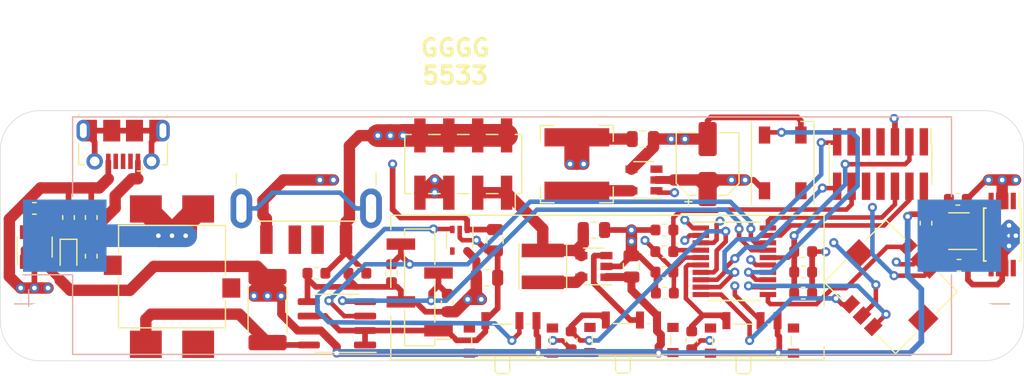
<source format=kicad_pcb>
(kicad_pcb (version 20171130) (host pcbnew "(5.1.5)-3")
  (layers (0 F.Cu signal) (1 In1.Cu signal hide) (2 In2.Cu signal) (31 B.Cu signal) (34 B.Paste user) (35 F.Paste user) (36 B.SilkS user) (37 F.SilkS user) (38 B.Mask user) (39 F.Mask user) (44 Edge.Cuts user))
  (net 0 "")
  (net 1 -BATT)
  (net 2 Shunt+)
  (net 3 VCC)
  (net 4 "Net-(C2-Pad2)")
  (net 5 Shunt-)
  (net 6 GNDD)
  (net 7 +3V3)
  (net 8 +5V)
  (net 9 NRST)
  (net 10 "Net-(D1-Pad2)")
  (net 11 "Net-(D1-Pad1)")
  (net 12 "Net-(J1-Pad6)")
  (net 13 "Net-(J1-Pad3)")
  (net 14 "Net-(J1-Pad4)")
  (net 15 "Net-(J1-Pad2)")
  (net 16 PA0)
  (net 17 PA1)
  (net 18 USART1_TX)
  (net 19 USART1_RX)
  (net 20 PB1)
  (net 21 I2C1_SCL)
  (net 22 I2C1_SDA)
  (net 23 "Net-(L1-Pad2)")
  (net 24 "Net-(L2-Pad1)")
  (net 25 "Net-(R4-Pad2)")
  (net 26 "Net-(R5-Pad1)")
  (net 27 "Net-(U1-Pad11)")
  (net 28 "Net-(U1-Pad10)")
  (net 29 "Net-(U1-Pad9)")
  (net 30 "Net-(U1-Pad8)")
  (net 31 "Net-(U1-Pad7)")
  (net 32 SWCLK)
  (net 33 SWDIO)
  (net 34 "Net-(U1-Pad2)")
  (net 35 "Net-(U1-Pad1)")
  (net 36 "Net-(U2-Pad4)")
  (net 37 "Net-(U2-Pad3)")
  (net 38 "Net-(U2-Pad1)")
  (net 39 "Net-(U4-Pad8)")
  (net 40 "Net-(U4-Pad1)")
  (net 41 "Net-(BT1-Pad1)")
  (net 42 "Net-(SW1-Pad1)")
  (net 43 PA4)
  (net 44 PA5)
  (net 45 PA6)
  (net 46 +3.3VA)
  (net 47 "Net-(D2-Pad2)")
  (net 48 PA7)
  (net 49 "Net-(J3-Pad5)")
  (net 50 "Net-(J3-Pad3)")
  (net 51 "Net-(J3-Pad2)")
  (net 52 BuckCE)
  (net 53 BoostCE)
  (net 54 LDOCE)
  (net 55 "Net-(U5-Pad3)")
  (net 56 "Net-(U10-Pad4)")
  (net 57 PF0)
  (net 58 PF1)
  (module Package_SO:TSSOP-20_4.4x6.5mm_P0.65mm (layer F.Cu) (at 185.36 87.435)
    (fp_text reference U9 hide)
    (fp_text value STM32F030F4Px)
    (pad 20 smd rect (at 2.95 -2.925) (size 1.45 0.45) (layers F.Cu F.Paste F.Mask) (net 32 SWCLK))
    (pad 19 smd rect (at 2.95 -2.275) (size 1.45 0.45) (layers F.Cu F.Paste F.Mask) (net 33 SWDIO))
    (pad 18 smd rect (at 2.95 -1.625) (size 1.45 0.45) (layers F.Cu F.Paste F.Mask) (net 22 I2C1_SDA))
    (pad 17 smd rect (at 2.95 -0.975) (size 1.45 0.45) (layers F.Cu F.Paste F.Mask) (net 21 I2C1_SCL))
    (pad 16 smd rect (at 2.95 -0.325) (size 1.45 0.45) (layers F.Cu F.Paste F.Mask) (net 46 +3.3VA))
    (pad 15 smd rect (at 2.95 0.325) (size 1.45 0.45) (layers F.Cu F.Paste F.Mask) (net 6 GNDD))
    (pad 14 smd rect (at 2.95 0.975) (size 1.45 0.45) (layers F.Cu F.Paste F.Mask) (net 20 PB1))
    (pad 13 smd rect (at 2.95 1.625) (size 1.45 0.45) (layers F.Cu F.Paste F.Mask) (net 48 PA7))
    (pad 12 smd rect (at 2.95 2.275) (size 1.45 0.45) (layers F.Cu F.Paste F.Mask) (net 45 PA6))
    (pad 11 smd rect (at 2.95 2.925) (size 1.45 0.45) (layers F.Cu F.Paste F.Mask) (net 44 PA5))
    (pad 10 smd rect (at -2.95 2.925) (size 1.45 0.45) (layers F.Cu F.Paste F.Mask) (net 43 PA4))
    (pad 9 smd rect (at -2.95 2.275) (size 1.45 0.45) (layers F.Cu F.Paste F.Mask) (net 19 USART1_RX))
    (pad 8 smd rect (at -2.95 1.625) (size 1.45 0.45) (layers F.Cu F.Paste F.Mask) (net 18 USART1_TX))
    (pad 7 smd rect (at -2.95 0.975) (size 1.45 0.45) (layers F.Cu F.Paste F.Mask) (net 17 PA1))
    (pad 6 smd rect (at -2.95 0.325) (size 1.45 0.45) (layers F.Cu F.Paste F.Mask) (net 16 PA0))
    (pad 5 smd rect (at -2.95 -0.325) (size 1.45 0.45) (layers F.Cu F.Paste F.Mask) (net 46 +3.3VA))
    (pad 4 smd rect (at -2.95 -0.975) (size 1.45 0.45) (layers F.Cu F.Paste F.Mask) (net 9 NRST))
    (pad 3 smd rect (at -2.95 -1.625) (size 1.45 0.45) (layers F.Cu F.Paste F.Mask) (net 58 PF1))
    (pad 2 smd rect (at -2.95 -2.275) (size 1.45 0.45) (layers F.Cu F.Paste F.Mask) (net 57 PF0))
    (pad 1 smd rect (at -2.95 -2.925) (size 1.45 0.45) (layers F.Cu F.Paste F.Mask) (net 6 GNDD))
  )
  (module Package_TO_SOT_SMD:SOT-353_SC-70-5 (layer F.Cu) (at 161.21 85.585 270)
    (fp_text reference U10 hide)
    (fp_text value LR9102G-xx)
    (pad 5 smd rect (at 0.95 -0.65 270) (size 0.65 0.4) (layers F.Cu F.Paste F.Mask) (net 46 +3.3VA))
    (pad 4 smd rect (at 0.95 0.65 270) (size 0.65 0.4) (layers F.Cu F.Paste F.Mask) (net 56 "Net-(U10-Pad4)"))
    (pad 2 smd rect (at -0.95 0 270) (size 0.65 0.4) (layers F.Cu F.Paste F.Mask) (net 6 GNDD))
    (pad 3 smd rect (at -0.95 0.65 270) (size 0.65 0.4) (layers F.Cu F.Paste F.Mask) (net 54 LDOCE))
    (pad 1 smd rect (at -0.95 -0.65 270) (size 0.65 0.4) (layers F.Cu F.Paste F.Mask) (net 5 Shunt-))
  )
  (module Package_TO_SOT_SMD:SOT-23-5 (layer F.Cu) (at 173.01 87.885 180)
    (fp_text reference U6 hide)
    (fp_text value XC9236Axx)
    (pad 1 smd rect (at -1.1 -0.95 180) (size 1.06 0.65) (layers F.Cu F.Paste F.Mask) (net 5 Shunt-))
    (pad 2 smd rect (at -1.1 0 180) (size 1.06 0.65) (layers F.Cu F.Paste F.Mask) (net 6 GNDD))
    (pad 3 smd rect (at -1.1 0.95 180) (size 1.06 0.65) (layers F.Cu F.Paste F.Mask) (net 52 BuckCE))
    (pad 4 smd rect (at 1.1 0.95 180) (size 1.06 0.65) (layers F.Cu F.Paste F.Mask) (net 7 +3V3))
    (pad 5 smd rect (at 1.1 -0.95 180) (size 1.06 0.65) (layers F.Cu F.Paste F.Mask) (net 24 "Net-(L2-Pad1)"))
  )
  (module Package_TO_SOT_SMD:SOT-23-5 (layer F.Cu) (at 177.41 80.285 180)
    (fp_text reference U5 hide)
    (fp_text value ME2188Cxx)
    (pad 5 smd rect (at 1.1 -0.95 180) (size 1.06 0.65) (layers F.Cu F.Paste F.Mask) (net 23 "Net-(L1-Pad2)"))
    (pad 4 smd rect (at 1.1 0.95 180) (size 1.06 0.65) (layers F.Cu F.Paste F.Mask) (net 6 GNDD))
    (pad 3 smd rect (at -1.1 0.95 180) (size 1.06 0.65) (layers F.Cu F.Paste F.Mask) (net 55 "Net-(U5-Pad3)"))
    (pad 2 smd rect (at -1.1 0 180) (size 1.06 0.65) (layers F.Cu F.Paste F.Mask) (net 8 +5V))
    (pad 1 smd rect (at -1.1 -0.95 180) (size 1.06 0.65) (layers F.Cu F.Paste F.Mask) (net 53 BoostCE))
  )
  (module Package_SO:TSSOP-8_4.4x3mm_P0.65mm (layer F.Cu) (at 208.91 85.085 270)
    (fp_text reference U4 hide)
    (fp_text value FS8205A)
    (pad 8 smd rect (at 2.95 -0.975 270) (size 1.45 0.45) (layers F.Cu F.Paste F.Mask) (net 39 "Net-(U4-Pad8)"))
    (pad 7 smd rect (at 2.95 -0.325 270) (size 1.45 0.45) (layers F.Cu F.Paste F.Mask) (net 1 -BATT))
    (pad 6 smd rect (at 2.95 0.325 270) (size 1.45 0.45) (layers F.Cu F.Paste F.Mask) (net 1 -BATT))
    (pad 5 smd rect (at 2.95 0.975 270) (size 1.45 0.45) (layers F.Cu F.Paste F.Mask) (net 38 "Net-(U2-Pad1)"))
    (pad 4 smd rect (at -2.95 0.975 270) (size 1.45 0.45) (layers F.Cu F.Paste F.Mask) (net 37 "Net-(U2-Pad3)"))
    (pad 3 smd rect (at -2.95 0.325 270) (size 1.45 0.45) (layers F.Cu F.Paste F.Mask) (net 6 GNDD))
    (pad 2 smd rect (at -2.95 -0.325 270) (size 1.45 0.45) (layers F.Cu F.Paste F.Mask) (net 6 GNDD))
    (pad 1 smd rect (at -2.95 -0.975 270) (size 1.45 0.45) (layers F.Cu F.Paste F.Mask) (net 40 "Net-(U4-Pad1)"))
  )
  (module Package_TO_SOT_SMD:TSOT-23-5 (layer F.Cu) (at 123.81 86.185 90)
    (fp_text reference U3 hide)
    (fp_text value STC4054)
    (pad 5 smd rect (at 1.31 -0.95 90) (size 1.22 0.65) (layers F.Cu F.Paste F.Mask) (net 26 "Net-(R5-Pad1)"))
    (pad 4 smd rect (at 1.31 0.95 90) (size 1.22 0.65) (layers F.Cu F.Paste F.Mask) (net 3 VCC))
    (pad 3 smd rect (at -1.31 0.95 90) (size 1.22 0.65) (layers F.Cu F.Paste F.Mask) (net 5 Shunt-))
    (pad 2 smd rect (at -1.31 0 90) (size 1.22 0.65) (layers F.Cu F.Paste F.Mask) (net 1 -BATT))
    (pad 1 smd rect (at -1.31 -0.95 90) (size 1.22 0.65) (layers F.Cu F.Paste F.Mask) (net 11 "Net-(D1-Pad1)"))
  )
  (module Package_TO_SOT_SMD:SOT-23-6 (layer F.Cu) (at 205.11 84.785 180)
    (fp_text reference U2 hide)
    (fp_text value R5478)
    (pad 5 smd rect (at 1.1 0 180) (size 1.06 0.65) (layers F.Cu F.Paste F.Mask) (net 4 "Net-(C2-Pad2)"))
    (pad 6 smd rect (at 1.1 -0.95 180) (size 1.06 0.65) (layers F.Cu F.Paste F.Mask) (net 1 -BATT))
    (pad 4 smd rect (at 1.1 0.95 180) (size 1.06 0.65) (layers F.Cu F.Paste F.Mask) (net 36 "Net-(U2-Pad4)"))
    (pad 3 smd rect (at -1.1 0.95 180) (size 1.06 0.65) (layers F.Cu F.Paste F.Mask) (net 37 "Net-(U2-Pad3)"))
    (pad 2 smd rect (at -1.1 0 180) (size 1.06 0.65) (layers F.Cu F.Paste F.Mask) (net 25 "Net-(R4-Pad2)"))
    (pad 1 smd rect (at -1.1 -0.95 180) (size 1.06 0.65) (layers F.Cu F.Paste F.Mask) (net 38 "Net-(U2-Pad1)"))
  )
  (module Button_Switch_SMD:SW_SPDT_PCM12 (layer F.Cu) (at 165.71 94.085)
    (fp_text reference SW5 hide)
    (fp_text value SW_SPDT)
    (pad "" smd rect (at -3.65 -0.78) (size 1 0.8) (layers F.Cu F.Paste F.Mask))
    (pad "" smd rect (at 3.65 -0.78) (size 1 0.8) (layers F.Cu F.Paste F.Mask))
    (pad "" smd rect (at 3.65 1.43) (size 1 0.8) (layers F.Cu F.Paste F.Mask))
    (pad "" smd rect (at -3.65 1.43) (size 1 0.8) (layers F.Cu F.Paste F.Mask))
    (pad 3 smd rect (at 2.25 -1.43) (size 0.7 1.5) (layers F.Cu F.Paste F.Mask) (net 5 Shunt-))
    (pad 2 smd rect (at 0.75 -1.43) (size 0.7 1.5) (layers F.Cu F.Paste F.Mask) (net 54 LDOCE))
    (pad 1 smd rect (at -2.25 -1.43) (size 0.7 1.5) (layers F.Cu F.Paste F.Mask) (net 6 GNDD))
    (pad "" np_thru_hole circle (at 1.5 0.33) (size 0.9 0.9) (drill 0.9) (layers *.Cu *.Mask))
    (pad "" np_thru_hole circle (at -1.5 0.33) (size 0.9 0.9) (drill 0.9) (layers *.Cu *.Mask))
  )
  (module Button_Switch_SMD:SW_SPDT_PCM12 (layer F.Cu) (at 186.91 94.085)
    (fp_text reference SW4 hide)
    (fp_text value SW_SPDT)
    (pad "" smd rect (at -3.65 -0.78) (size 1 0.8) (layers F.Cu F.Paste F.Mask))
    (pad "" smd rect (at 3.65 -0.78) (size 1 0.8) (layers F.Cu F.Paste F.Mask))
    (pad "" smd rect (at 3.65 1.43) (size 1 0.8) (layers F.Cu F.Paste F.Mask))
    (pad "" smd rect (at -3.65 1.43) (size 1 0.8) (layers F.Cu F.Paste F.Mask))
    (pad 3 smd rect (at 2.25 -1.43) (size 0.7 1.5) (layers F.Cu F.Paste F.Mask) (net 5 Shunt-))
    (pad 2 smd rect (at 0.75 -1.43) (size 0.7 1.5) (layers F.Cu F.Paste F.Mask) (net 53 BoostCE))
    (pad 1 smd rect (at -2.25 -1.43) (size 0.7 1.5) (layers F.Cu F.Paste F.Mask) (net 16 PA0))
    (pad "" np_thru_hole circle (at 1.5 0.33) (size 0.9 0.9) (drill 0.9) (layers *.Cu *.Mask))
    (pad "" np_thru_hole circle (at -1.5 0.33) (size 0.9 0.9) (drill 0.9) (layers *.Cu *.Mask))
  )
  (module Button_Switch_SMD:SW_SPDT_PCM12 (layer F.Cu) (at 176.31 94.03)
    (fp_text reference SW3 hide)
    (fp_text value SW_SPDT)
    (pad "" smd rect (at -3.65 -0.78) (size 1 0.8) (layers F.Cu F.Paste F.Mask))
    (pad "" smd rect (at 3.65 -0.78) (size 1 0.8) (layers F.Cu F.Paste F.Mask))
    (pad "" smd rect (at 3.65 1.43) (size 1 0.8) (layers F.Cu F.Paste F.Mask))
    (pad "" smd rect (at -3.65 1.43) (size 1 0.8) (layers F.Cu F.Paste F.Mask))
    (pad 3 smd rect (at 2.25 -1.43) (size 0.7 1.5) (layers F.Cu F.Paste F.Mask) (net 5 Shunt-))
    (pad 2 smd rect (at 0.75 -1.43) (size 0.7 1.5) (layers F.Cu F.Paste F.Mask) (net 52 BuckCE))
    (pad 1 smd rect (at -2.25 -1.43) (size 0.7 1.5) (layers F.Cu F.Paste F.Mask) (net 17 PA1))
    (pad "" np_thru_hole circle (at 1.5 0.33) (size 0.9 0.9) (drill 0.9) (layers *.Cu *.Mask))
    (pad "" np_thru_hole circle (at -1.5 0.33) (size 0.9 0.9) (drill 0.9) (layers *.Cu *.Mask))
  )
  (module CUSTOM_FOOTPRINTS:ALPS_SPEF210101 (layer F.Cu) (at 135.91 88.785 270)
    (fp_text reference SW1 hide)
    (fp_text value SW_SPDT)
    (pad 2 smd rect (at -5.95 2.3 270) (size 2.4 2.8) (layers F.Cu F.Paste F.Mask) (net 41 "Net-(BT1-Pad1)"))
    (pad 2 smd rect (at -5.95 -2.3 270) (size 2.4 2.8) (layers F.Cu F.Paste F.Mask) (net 41 "Net-(BT1-Pad1)"))
    (pad 1 smd rect (at 5.95 -2.3 270) (size 2.4 2.8) (layers F.Cu F.Paste F.Mask) (net 42 "Net-(SW1-Pad1)"))
    (pad 3 smd rect (at 5.95 2.3 270) (size 2.4 2.8) (layers F.Cu F.Paste F.Mask) (net 2 Shunt+))
    (pad "" smd rect (at -1 5.2125 270) (size 1.7 1.575) (layers F.Cu F.Paste F.Mask))
    (pad "" smd rect (at 1 -5.2125 270) (size 1.7 1.575) (layers F.Cu F.Paste F.Mask))
    (pad "" np_thru_hole circle (at -3 -3.35 270) (size 1.6 1.6) (drill 1.6) (layers *.Cu *.Mask))
    (pad "" np_thru_hole circle (at 3 3.35 270) (size 1.1 1.1) (drill 1.1) (layers *.Cu *.Mask))
  )
  (module Resistor_SMD:R_0603_1608Metric (layer F.Cu) (at 181.61 94.385 270)
    (fp_text reference R7 hide)
    (fp_text value "10 kOhm")
    (pad 2 smd roundrect (at 0.7875 0 270) (size 0.875 0.95) (layers F.Cu F.Paste F.Mask) (net 6 GNDD))
    (pad 1 smd roundrect (at -0.7875 0 270) (size 0.875 0.95) (layers F.Cu F.Paste F.Mask) (net 16 PA0))
  )
  (module Resistor_SMD:R_0603_1608Metric (layer F.Cu) (at 171.01 94.385 270)
    (fp_text reference R6 hide)
    (fp_text value "10 kOhm")
    (pad 2 smd roundrect (at 0.7875 0 270) (size 0.875 0.95) (layers F.Cu F.Paste F.Mask) (net 6 GNDD))
    (pad 1 smd roundrect (at -0.7875 0 270) (size 0.875 0.95) (layers F.Cu F.Paste F.Mask) (net 17 PA1))
  )
  (module Resistor_SMD:R_0603_1608Metric (layer F.Cu) (at 123.81 82.785 180)
    (fp_text reference R5 hide)
    (fp_text value "1.25 kOhm")
    (pad 2 smd roundrect (at 0.7875 0 180) (size 0.875 0.95) (layers F.Cu F.Paste F.Mask) (net 1 -BATT))
    (pad 1 smd roundrect (at -0.7875 0 180) (size 0.875 0.95) (layers F.Cu F.Paste F.Mask) (net 26 "Net-(R5-Pad1)"))
  )
  (module Resistor_SMD:R_0603_1608Metric (layer F.Cu) (at 205.01 81.985 180)
    (fp_text reference R4 hide)
    (fp_text value "1 kOhm")
    (pad 2 smd roundrect (at 0.7875 0 180) (size 0.875 0.95) (layers F.Cu F.Paste F.Mask) (net 25 "Net-(R4-Pad2)"))
    (pad 1 smd roundrect (at -0.7875 0 180) (size 0.875 0.95) (layers F.Cu F.Paste F.Mask) (net 6 GNDD))
  )
  (module Resistor_SMD:R_0603_1608Metric (layer F.Cu) (at 128.81 86.985 90)
    (fp_text reference R3 hide)
    (fp_text value "1 kOhm")
    (pad 2 smd roundrect (at 0.7875 0 90) (size 0.875 0.95) (layers F.Cu F.Paste F.Mask) (net 3 VCC))
    (pad 1 smd roundrect (at -0.7875 0 90) (size 0.875 0.95) (layers F.Cu F.Paste F.Mask) (net 10 "Net-(D1-Pad2)"))
  )
  (module Resistor_SMD:R_2512_6332Metric (layer F.Cu) (at 144.31 91.685 270)
    (fp_text reference R2 hide)
    (fp_text value "0.1 Ohm")
    (pad 2 smd roundrect (at 2.9 0 270) (size 1.35 3.35) (layers F.Cu F.Paste F.Mask) (roundrect_rratio 0.185185) (net 2 Shunt+))
    (pad 1 smd roundrect (at -2.9 0 270) (size 1.35 3.35) (layers F.Cu F.Paste F.Mask) (roundrect_rratio 0.185185) (net 5 Shunt-))
  )
  (module Resistor_SMD:R_0603_1608Metric (layer F.Cu) (at 202.21 84.085 90)
    (fp_text reference R1 hide)
    (fp_text value "330 Ohm")
    (pad 2 smd roundrect (at 0.7875 0 90) (size 0.875 0.95) (layers F.Cu F.Paste F.Mask) (net 5 Shunt-))
    (pad 1 smd roundrect (at -0.7875 0 90) (size 0.875 0.95) (layers F.Cu F.Paste F.Mask) (net 4 "Net-(C2-Pad2)"))
  )
  (module Inductor_SMD:L_Taiyo-Yuden_MD-4040 (layer F.Cu) (at 168.51 87.885 90)
    (fp_text reference L2 hide)
    (fp_text value "1.5 uH")
    (pad 1 smd rect (at -1.4 0 90) (size 1.2 3.7) (layers F.Cu F.Paste F.Mask) (net 24 "Net-(L2-Pad1)"))
    (pad 2 smd rect (at 1.4 0 90) (size 1.2 3.7) (layers F.Cu F.Paste F.Mask) (net 7 +3V3))
  )
  (module Inductor_SMD:L_Bourns-SRN6028 (layer F.Cu) (at 171.51 78.885 270)
    (fp_text reference L1 hide)
    (fp_text value "22 uH")
    (pad 2 smd rect (at 2.35 0 270) (size 1.6 5.7) (layers F.Cu F.Paste F.Mask) (net 23 "Net-(L1-Pad2)"))
    (pad 1 smd rect (at -2.35 0 270) (size 1.6 5.7) (layers F.Cu F.Paste F.Mask) (net 5 Shunt-))
  )
  (module Connector_USB:USB_A_CNCTech_1001-011-01101_Horizontal (layer F.Cu) (at 147.71 75.885 90)
    (fp_text reference J3 hide)
    (fp_text value USB_A)
    (pad "" np_thru_hole circle (at -6.9 2.3 90) (size 1.1 1.1) (drill 1.1) (layers *.Cu *.Mask))
    (pad "" np_thru_hole circle (at -6.9 -2.3 90) (size 1.1 1.1) (drill 1.1) (layers *.Cu *.Mask))
    (pad 5 thru_hole oval (at -6.9 5.7 90) (size 3.5 1.9) (drill oval 2.5 0.9) (layers *.Cu *.Mask) (net 49 "Net-(J3-Pad5)"))
    (pad 5 thru_hole oval (at -6.9 -5.7 90) (size 3.5 1.9) (drill oval 2.5 0.9) (layers *.Cu *.Mask) (net 49 "Net-(J3-Pad5)"))
    (pad 4 smd rect (at -9.65 3.5 90) (size 2.5 1.1) (layers F.Cu F.Paste F.Mask) (net 6 GNDD))
    (pad 1 smd rect (at -9.65 -3.5 90) (size 2.5 1.1) (layers F.Cu F.Paste F.Mask) (net 8 +5V))
    (pad 3 smd rect (at -9.65 1 90) (size 2.5 1.1) (layers F.Cu F.Paste F.Mask) (net 50 "Net-(J3-Pad3)"))
    (pad 2 smd rect (at -9.65 -1 90) (size 2.5 1.1) (layers F.Cu F.Paste F.Mask) (net 51 "Net-(J3-Pad2)"))
  )
  (module LED_SMD:LED_WS2812B_PLCC4_5.0x5.0mm_P3.2mm (layer F.Cu) (at 189.61 78.785 90)
    (fp_text reference D2 hide)
    (fp_text value WS2812B)
    (pad 1 smd rect (at -2.45 -1.6 90) (size 1.5 1) (layers F.Cu F.Paste F.Mask) (net 8 +5V))
    (pad 2 smd rect (at -2.45 1.6 90) (size 1.5 1) (layers F.Cu F.Paste F.Mask) (net 47 "Net-(D2-Pad2)"))
    (pad 4 smd rect (at 2.45 -1.6 90) (size 1.5 1) (layers F.Cu F.Paste F.Mask) (net 48 PA7))
    (pad 3 smd rect (at 2.45 1.6 90) (size 1.5 1) (layers F.Cu F.Paste F.Mask) (net 6 GNDD))
  )
  (module LED_SMD:LED_0603_1608Metric (layer F.Cu) (at 126.81 86.985 270)
    (fp_text reference D1 hide)
    (fp_text value LED_CHRG)
    (pad 2 smd roundrect (at 0.7875 0 270) (size 0.875 0.95) (layers F.Cu F.Paste F.Mask) (net 10 "Net-(D1-Pad2)"))
    (pad 1 smd roundrect (at -0.7875 0 270) (size 0.875 0.95) (layers F.Cu F.Paste F.Mask) (net 11 "Net-(D1-Pad1)"))
  )
  (module Capacitor_SMD:C_0805_2012Metric (layer F.Cu) (at 173.01 84.685)
    (fp_text reference C9 hide)
    (fp_text value "10 uF")
    (pad 1 smd roundrect (at -0.9375 0) (size 0.975 1.4) (layers F.Cu F.Paste F.Mask) (net 7 +3V3))
    (pad 2 smd roundrect (at 0.9375 0) (size 0.975 1.4) (layers F.Cu F.Paste F.Mask) (net 6 GNDD))
  )
  (module Capacitor_SMD:C_0805_2012Metric (layer F.Cu) (at 163.61 88.885)
    (fp_text reference C8 hide)
    (fp_text value "1 uF")
    (pad 2 smd roundrect (at 0.9375 0) (size 0.975 1.4) (layers F.Cu F.Paste F.Mask) (net 6 GNDD))
    (pad 1 smd roundrect (at -0.9375 0) (size 0.975 1.4) (layers F.Cu F.Paste F.Mask) (net 46 +3.3VA))
  )
  (module Capacitor_SMD:CP_Elec_5x5.4 (layer F.Cu) (at 183.01 78.885 90)
    (fp_text reference C7 hide)
    (fp_text value "100 uF")
    (pad 2 smd roundrect (at 2.2 0 90) (size 3 1.6) (layers F.Cu F.Paste F.Mask) (roundrect_rratio 0.15625) (net 6 GNDD))
    (pad 1 smd roundrect (at -2.2 0 90) (size 3 1.6) (layers F.Cu F.Paste F.Mask) (roundrect_rratio 0.15625) (net 8 +5V))
  )
  (module Capacitor_SMD:C_0805_2012Metric (layer F.Cu) (at 164.31 85.585 270)
    (fp_text reference C6 hide)
    (fp_text value "1 uF")
    (pad 2 smd roundrect (at 0.9375 0 270) (size 0.975 1.4) (layers F.Cu F.Paste F.Mask) (net 6 GNDD))
    (pad 1 smd roundrect (at -0.9375 0 270) (size 0.975 1.4) (layers F.Cu F.Paste F.Mask) (net 5 Shunt-))
  )
  (module Capacitor_SMD:C_0805_2012Metric (layer F.Cu) (at 177.31 76.685)
    (fp_text reference C5 hide)
    (fp_text value "10 uF")
    (pad 2 smd roundrect (at 0.9375 0) (size 0.975 1.4) (layers F.Cu F.Paste F.Mask) (net 6 GNDD))
    (pad 1 smd roundrect (at -0.9375 0) (size 0.975 1.4) (layers F.Cu F.Paste F.Mask) (net 5 Shunt-))
  )
  (module Capacitor_SMD:C_0805_2012Metric (layer F.Cu) (at 176.31 87.885 90)
    (fp_text reference C4 hide)
    (fp_text value "4.7 uF")
    (pad 1 smd roundrect (at -0.9375 0 90) (size 0.975 1.4) (layers F.Cu F.Paste F.Mask) (net 5 Shunt-))
    (pad 2 smd roundrect (at 0.9375 0 90) (size 0.975 1.4) (layers F.Cu F.Paste F.Mask) (net 6 GNDD))
  )
  (module Capacitor_SMD:C_0603_1608Metric (layer F.Cu) (at 128.81 83.585 270)
    (fp_text reference C3 hide)
    (fp_text value "1 uF")
    (pad 2 smd roundrect (at 0.7875 0 270) (size 0.875 0.95) (layers F.Cu F.Paste F.Mask) (net 3 VCC))
    (pad 1 smd roundrect (at -0.7875 0 270) (size 0.875 0.95) (layers F.Cu F.Paste F.Mask) (net 1 -BATT))
  )
  (module Capacitor_SMD:C_0603_1608Metric (layer F.Cu) (at 205.11 87.785 180)
    (fp_text reference C2 hide)
    (fp_text value "10 nF")
    (pad 2 smd roundrect (at 0.7875 0 180) (size 0.875 0.95) (layers F.Cu F.Paste F.Mask) (net 4 "Net-(C2-Pad2)"))
    (pad 1 smd roundrect (at -0.7875 0 180) (size 0.875 0.95) (layers F.Cu F.Paste F.Mask) (net 1 -BATT))
  )
  (module Capacitor_SMD:C_0603_1608Metric (layer F.Cu) (at 126.81 83.585 270)
    (fp_text reference C1 hide)
    (fp_text value "100 nF")
    (pad 2 smd roundrect (at 0.7875 0 270) (size 0.875 0.95) (layers F.Cu F.Paste F.Mask) (net 3 VCC))
    (pad 1 smd roundrect (at -0.7875 0 270) (size 0.875 0.95) (layers F.Cu F.Paste F.Mask) (net 1 -BATT))
  )
  (module Battery:BatteryHolder_Keystone_1042_1x18650 (layer B.Cu) (at 165.81 85.185)
    (fp_text reference BT1 hide)
    (fp_text value INR18650-35E)
    (pad "" np_thru_hole circle (at -35.93 8) (size 2.39 2.39) (drill 2.39) (layers *.Cu *.Mask))
    (pad "" np_thru_hole circle (at -27.6 -8) (size 3.45 3.45) (drill 3.45) (layers *.Cu *.Mask))
    (pad "" np_thru_hole circle (at 27.6 8) (size 3.45 3.45) (drill 3.45) (layers *.Cu *.Mask))
    (pad 2 smd rect (at 39.33 0) (size 7.34 6.35) (layers B.Cu B.Paste B.Mask) (net 1 -BATT))
    (pad 1 smd rect (at -39.33 0) (size 7.34 6.35) (layers B.Cu B.Paste B.Mask) (net 41 "Net-(BT1-Pad1)"))
  )
  (module Resistor_SMD:R_0603_1608Metric (layer F.Cu) (at 179.2 86.585)
    (fp_text reference R17 hide)
    (fp_text value "10 kOhm")
    (pad 2 smd roundrect (at 0.7875 0) (size 0.875 0.95) (layers F.Cu F.Paste F.Mask) (net 9 NRST))
    (pad 1 smd roundrect (at -0.7875 0) (size 0.875 0.95) (layers F.Cu F.Paste F.Mask) (net 46 +3.3VA))
  )
  (module Capacitor_SMD:C_0603_1608Metric (layer F.Cu) (at 179.21 84.685)
    (fp_text reference C14 hide)
    (fp_text value "100 nF")
    (pad 2 smd roundrect (at 0.7875 0) (size 0.875 0.95) (layers F.Cu F.Paste F.Mask) (net 9 NRST))
    (pad 1 smd roundrect (at -0.7875 0) (size 0.875 0.95) (layers F.Cu F.Paste F.Mask) (net 6 GNDD))
  )
  (module Connector_PinHeader_2.54mm:PinHeader_1x04_P2.54mm_Vertical_SMD_Pin1Left (layer F.Cu) (at 157.69 89.735 180)
    (fp_text reference U8 hide)
    (fp_text value SSD1306_128_32)
    (pad 4 smd rect (at 1.655 3.81 180) (size 2.51 1) (layers F.Cu F.Paste F.Mask) (net 22 I2C1_SDA))
    (pad 2 smd rect (at 1.655 -1.27 180) (size 2.51 1) (layers F.Cu F.Paste F.Mask) (net 46 +3.3VA))
    (pad 3 smd rect (at -1.655 1.27 180) (size 2.51 1) (layers F.Cu F.Paste F.Mask) (net 21 I2C1_SCL))
    (pad 1 smd rect (at -1.655 -3.81 180) (size 2.51 1) (layers F.Cu F.Paste F.Mask) (net 6 GNDD))
  )
  (module Package_SO:SOIC-8_3.9x4.9mm_P1.27mm (layer F.Cu) (at 150.41 92.89 180)
    (fp_text reference U7 hide)
    (fp_text value INA219AxD)
    (pad 8 smd roundrect (at 2.475 -1.905 180) (size 1.95 0.6) (layers F.Cu F.Paste F.Mask) (net 2 Shunt+))
    (pad 7 smd roundrect (at 2.475 -0.635 180) (size 1.95 0.6) (layers F.Cu F.Paste F.Mask) (net 5 Shunt-))
    (pad 6 smd roundrect (at 2.475 0.635 180) (size 1.95 0.6) (layers F.Cu F.Paste F.Mask) (net 6 GNDD))
    (pad 5 smd roundrect (at 2.475 1.905 180) (size 1.95 0.6) (layers F.Cu F.Paste F.Mask) (net 46 +3.3VA))
    (pad 4 smd roundrect (at -2.475 1.905 180) (size 1.95 0.6) (layers F.Cu F.Paste F.Mask) (net 21 I2C1_SCL))
    (pad 3 smd roundrect (at -2.475 0.635 180) (size 1.95 0.6) (layers F.Cu F.Paste F.Mask) (net 22 I2C1_SDA))
    (pad 2 smd roundrect (at -2.475 -0.635 180) (size 1.95 0.6) (layers F.Cu F.Paste F.Mask) (net 6 GNDD))
    (pad 1 smd roundrect (at -2.475 -1.905 180) (size 1.95 0.6) (layers F.Cu F.Paste F.Mask) (net 6 GNDD))
  )
  (module CUSTOM_FOOTPRINTS:SKRHADE011 (layer F.Cu) (at 199.11 89.685 45)
    (fp_text reference SW2 hide)
    (fp_text value ALPSALPINE_SKRHADE011)
    (pad "" np_thru_hole circle (at 0 -1.9 45) (size 0.75 0.75) (drill 0.75) (layers *.Cu *.Mask))
    (pad "" np_thru_hole circle (at 0 1.9 45) (size 1.05 1.05) (drill 1.05) (layers *.Cu *.Mask))
    (pad "" smd rect (at 0 -4.05 45) (size 2 1.8) (layers F.Cu F.Paste F.Mask))
    (pad "" smd rect (at 0 4.05 45) (size 2 1.8) (layers F.Cu F.Paste F.Mask))
    (pad 6 smd rect (at 3.575 1.4 45) (size 1.35 1) (layers F.Cu F.Paste F.Mask) (net 57 PF0))
    (pad 5 smd rect (at 3.575 0 45) (size 1.35 1) (layers F.Cu F.Paste F.Mask) (net 6 GNDD))
    (pad 4 smd rect (at 3.575 -1.4 45) (size 1.35 1) (layers F.Cu F.Paste F.Mask) (net 44 PA5))
    (pad 1 smd rect (at -3.575 -1.4 45) (size 1.35 1) (layers F.Cu F.Paste F.Mask) (net 43 PA4))
    (pad 2 smd rect (at -3.575 0 45) (size 1.35 1) (layers F.Cu F.Paste F.Mask) (net 58 PF1))
    (pad 3 smd rect (at -3.575 1.4 45) (size 1.35 1) (layers F.Cu F.Paste F.Mask) (net 45 PA6))
  )
  (module Resistor_SMD:R_0603_1608Metric (layer F.Cu) (at 155.21 88.485 90)
    (fp_text reference R13 hide)
    (fp_text value "10 kOhm")
    (pad 2 smd roundrect (at 0.7875 0 90) (size 0.875 0.95) (layers F.Cu F.Paste F.Mask) (net 22 I2C1_SDA))
    (pad 1 smd roundrect (at -0.7875 0 90) (size 0.875 0.95) (layers F.Cu F.Paste F.Mask) (net 46 +3.3VA))
  )
  (module Resistor_SMD:R_0603_1608Metric (layer F.Cu) (at 160.11 91.085 90)
    (fp_text reference R12 hide)
    (fp_text value "10 kOhm")
    (pad 2 smd roundrect (at 0.7875 0 90) (size 0.875 0.95) (layers F.Cu F.Paste F.Mask) (net 21 I2C1_SCL))
    (pad 1 smd roundrect (at -0.7875 0 90) (size 0.875 0.95) (layers F.Cu F.Paste F.Mask) (net 46 +3.3VA))
  )
  (module Connector_PinSocket_2.54mm:PinSocket_2x04_P2.54mm_Vertical_SMD (layer F.Cu) (at 161.52 78.885 270)
    (fp_text reference J2 hide)
    (fp_text value Conn_02x04_Odd_Even)
    (pad 8 smd rect (at -2.52 3.81 270) (size 3 1) (layers F.Cu F.Paste F.Mask) (net 6 GNDD))
    (pad 7 smd rect (at 2.52 3.81 270) (size 3 1) (layers F.Cu F.Paste F.Mask) (net 8 +5V))
    (pad 6 smd rect (at -2.52 1.27 270) (size 3 1) (layers F.Cu F.Paste F.Mask) (net 6 GNDD))
    (pad 5 smd rect (at 2.52 1.27 270) (size 3 1) (layers F.Cu F.Paste F.Mask) (net 8 +5V))
    (pad 4 smd rect (at -2.52 -1.27 270) (size 3 1) (layers F.Cu F.Paste F.Mask) (net 6 GNDD))
    (pad 3 smd rect (at 2.52 -1.27 270) (size 3 1) (layers F.Cu F.Paste F.Mask) (net 7 +3V3))
    (pad 2 smd rect (at -2.52 -3.81 270) (size 3 1) (layers F.Cu F.Paste F.Mask) (net 6 GNDD))
    (pad 1 smd rect (at 2.52 -3.81 270) (size 3 1) (layers F.Cu F.Paste F.Mask) (net 7 +3V3))
  )
  (module Capacitor_SMD:C_0603_1608Metric (layer F.Cu) (at 179.21 88.385 180)
    (fp_text reference C19 hide)
    (fp_text value "1 uF")
    (pad 2 smd roundrect (at 0.7875 0 180) (size 0.875 0.95) (layers F.Cu F.Paste F.Mask) (net 6 GNDD))
    (pad 1 smd roundrect (at -0.7875 0 180) (size 0.875 0.95) (layers F.Cu F.Paste F.Mask) (net 46 +3.3VA))
  )
  (module Capacitor_SMD:C_0603_1608Metric (layer F.Cu) (at 179.25 90.235 180)
    (fp_text reference C18 hide)
    (fp_text value "10 nF")
    (pad 2 smd roundrect (at 0.7875 0 180) (size 0.875 0.95) (layers F.Cu F.Paste F.Mask) (net 6 GNDD))
    (pad 1 smd roundrect (at -0.7875 0 180) (size 0.875 0.95) (layers F.Cu F.Paste F.Mask) (net 46 +3.3VA))
  )
  (module Capacitor_SMD:C_0603_1608Metric (layer F.Cu) (at 191.41 86.585 180)
    (fp_text reference C17 hide)
    (fp_text value "4.7 uF")
    (pad 2 smd roundrect (at 0.7875 0 180) (size 0.875 0.95) (layers F.Cu F.Paste F.Mask) (net 46 +3.3VA))
    (pad 1 smd roundrect (at -0.7875 0 180) (size 0.875 0.95) (layers F.Cu F.Paste F.Mask) (net 6 GNDD))
  )
  (module Capacitor_SMD:C_0603_1608Metric (layer F.Cu) (at 191.41 88.385 180)
    (fp_text reference C16 hide)
    (fp_text value "200 nF")
    (pad 2 smd roundrect (at 0.7875 0 180) (size 0.875 0.95) (layers F.Cu F.Paste F.Mask) (net 46 +3.3VA))
    (pad 1 smd roundrect (at -0.7875 0 180) (size 0.875 0.95) (layers F.Cu F.Paste F.Mask) (net 6 GNDD))
  )
  (module Capacitor_SMD:C_0603_1608Metric (layer F.Cu) (at 191.41 90.235 180)
    (fp_text reference C15 hide)
    (fp_text value "200 nF")
    (pad 2 smd roundrect (at 0.7875 0 180) (size 0.875 0.95) (layers F.Cu F.Paste F.Mask) (net 46 +3.3VA))
    (pad 1 smd roundrect (at -0.7875 0 180) (size 0.875 0.95) (layers F.Cu F.Paste F.Mask) (net 6 GNDD))
  )
  (module Capacitor_SMD:C_0603_1608Metric (layer F.Cu) (at 148.61 88.485)
    (fp_text reference C13 hide)
    (fp_text value "100 nF")
    (pad 2 smd roundrect (at 0.7875 0) (size 0.875 0.95) (layers F.Cu F.Paste F.Mask) (net 6 GNDD))
    (pad 1 smd roundrect (at -0.7875 0) (size 0.875 0.95) (layers F.Cu F.Paste F.Mask) (net 46 +3.3VA))
  )
  (module Capacitor_SMD:C_0603_1608Metric (layer F.Cu) (at 152.21 88.485)
    (fp_text reference C12 hide)
    (fp_text value "10 uF")
    (pad 2 smd roundrect (at 0.7875 0) (size 0.875 0.95) (layers F.Cu F.Paste F.Mask) (net 6 GNDD))
    (pad 1 smd roundrect (at -0.7875 0) (size 0.875 0.95) (layers F.Cu F.Paste F.Mask) (net 46 +3.3VA))
  )
  (module Connector_USB:USB_Micro-B_Molex-105017-0001 (layer F.Cu) (at 131.61 77.185 180)
    (fp_text reference J1 hide)
    (fp_text value USB_B_Micro)
    (pad 6 smd rect (at -2.9 1.2375 180) (size 1.2 1.9) (layers F.Cu F.Mask) (net 12 "Net-(J1-Pad6)"))
    (pad 6 smd rect (at 2.9 1.2375 180) (size 1.2 1.9) (layers F.Cu F.Mask) (net 12 "Net-(J1-Pad6)"))
    (pad 6 thru_hole oval (at 3.5 1.2375 180) (size 1.2 1.9) (drill oval 0.6 1.3) (layers *.Cu *.Mask) (net 12 "Net-(J1-Pad6)"))
    (pad 6 thru_hole oval (at -3.5 1.2375) (size 1.2 1.9) (drill oval 0.6 1.3) (layers *.Cu *.Mask) (net 12 "Net-(J1-Pad6)"))
    (pad 6 smd rect (at -1 1.2375 180) (size 1.5 1.9) (layers F.Cu F.Paste F.Mask) (net 12 "Net-(J1-Pad6)"))
    (pad 6 thru_hole circle (at 2.5 -1.4625 180) (size 1.45 1.45) (drill 0.85) (layers *.Cu *.Mask) (net 12 "Net-(J1-Pad6)"))
    (pad 3 smd rect (at 0 -1.4625 180) (size 0.4 1.35) (layers F.Cu F.Paste F.Mask) (net 13 "Net-(J1-Pad3)"))
    (pad 4 smd rect (at 0.65 -1.4625 180) (size 0.4 1.35) (layers F.Cu F.Paste F.Mask) (net 14 "Net-(J1-Pad4)"))
    (pad 5 smd rect (at 1.3 -1.4625 180) (size 0.4 1.35) (layers F.Cu F.Paste F.Mask) (net 1 -BATT))
    (pad 1 smd rect (at -1.3 -1.4625 180) (size 0.4 1.35) (layers F.Cu F.Paste F.Mask) (net 3 VCC))
    (pad 2 smd rect (at -0.65 -1.4625 180) (size 0.4 1.35) (layers F.Cu F.Paste F.Mask) (net 15 "Net-(J1-Pad2)"))
    (pad 6 thru_hole circle (at -2.5 -1.4625 180) (size 1.45 1.45) (drill 0.85) (layers *.Cu *.Mask) (net 12 "Net-(J1-Pad6)"))
    (pad 6 smd rect (at 1 1.2375 180) (size 1.5 1.9) (layers F.Cu F.Paste F.Mask) (net 12 "Net-(J1-Pad6)"))
  )
  (module MountingHole:MountingHole_3.2mm_M3 (layer F.Cu) (at 207.31 92.685)
    (fp_text reference H4 hide)
    (fp_text value MountingHole)
    (pad 1 np_thru_hole circle (at 0 0) (size 3.2 3.2) (drill 3.2) (layers *.Cu *.Mask))
  )
  (module MountingHole:MountingHole_3.2mm_M3 (layer F.Cu) (at 124.31 92.685)
    (fp_text reference H3 hide)
    (fp_text value MountingHole)
    (pad 1 np_thru_hole circle (at 0 0) (size 3.2 3.2) (drill 3.2) (layers *.Cu *.Mask))
  )
  (module MountingHole:MountingHole_3.2mm_M3 (layer F.Cu) (at 207.31 77.685)
    (fp_text reference H2 hide)
    (fp_text value MountingHole)
    (pad 1 np_thru_hole circle (at 0 0) (size 3.2 3.2) (drill 3.2) (layers *.Cu *.Mask))
  )
  (module MountingHole:MountingHole_3.2mm_M3 (layer F.Cu) (at 124.31 77.685)
    (fp_text reference H1 hide)
    (fp_text value MountingHole)
    (pad 1 np_thru_hole circle (at 0 0) (size 3.2 3.2) (drill 3.2) (layers *.Cu *.Mask))
  )
  (module Connector_PinHeader_1.27mm:PinHeader_2x07_P1.27mm_Vertical_SMD (layer F.Cu) (at 198.21 78.885 270)
    (fp_text reference U1 hide)
    (fp_text value STLINK-V3MINI)
    (pad 14 smd rect (at 1.95 3.81 270) (size 2.4 0.74) (layers F.Cu F.Paste F.Mask) (net 18 USART1_TX))
    (pad 13 smd rect (at -1.95 3.81 270) (size 2.4 0.74) (layers F.Cu F.Paste F.Mask) (net 19 USART1_RX))
    (pad 12 smd rect (at 1.95 2.54 270) (size 2.4 0.74) (layers F.Cu F.Paste F.Mask) (net 9 NRST))
    (pad 11 smd rect (at -1.95 2.54 270) (size 2.4 0.74) (layers F.Cu F.Paste F.Mask) (net 27 "Net-(U1-Pad11)"))
    (pad 10 smd rect (at 1.95 1.27 270) (size 2.4 0.74) (layers F.Cu F.Paste F.Mask) (net 28 "Net-(U1-Pad10)"))
    (pad 9 smd rect (at -1.95 1.27 270) (size 2.4 0.74) (layers F.Cu F.Paste F.Mask) (net 29 "Net-(U1-Pad9)"))
    (pad 8 smd rect (at 1.95 0 270) (size 2.4 0.74) (layers F.Cu F.Paste F.Mask) (net 30 "Net-(U1-Pad8)"))
    (pad 7 smd rect (at -1.95 0 270) (size 2.4 0.74) (layers F.Cu F.Paste F.Mask) (net 31 "Net-(U1-Pad7)"))
    (pad 6 smd rect (at 1.95 -1.27 270) (size 2.4 0.74) (layers F.Cu F.Paste F.Mask) (net 32 SWCLK))
    (pad 5 smd rect (at -1.95 -1.27 270) (size 2.4 0.74) (layers F.Cu F.Paste F.Mask) (net 6 GNDD))
    (pad 4 smd rect (at 1.95 -2.54 270) (size 2.4 0.74) (layers F.Cu F.Paste F.Mask) (net 33 SWDIO))
    (pad 3 smd rect (at -1.95 -2.54 270) (size 2.4 0.74) (layers F.Cu F.Paste F.Mask) (net 46 +3.3VA))
    (pad 2 smd rect (at 1.95 -3.81 270) (size 2.4 0.74) (layers F.Cu F.Paste F.Mask) (net 34 "Net-(U1-Pad2)"))
    (pad 1 smd rect (at -1.95 -3.81 270) (size 2.4 0.74) (layers F.Cu F.Paste F.Mask) (net 35 "Net-(U1-Pad1)"))
  )
  (gr_text "GGGG\n5533" (at 160.81 69.885) (layer F.SilkS) (effects (font (size 1.5 1.5) (thickness 0.3))))
  (gr_line (start 155.15 83.385) (end 155.15 84.655) (layer F.SilkS) (width 0.12))
  (gr_line (start 155.15 96.085) (end 155.15 92.275) (layer F.SilkS) (width 0.12))
  (gr_line (start 193.25 96.085) (end 155.15 96.085) (layer F.SilkS) (width 0.12))
  (gr_line (start 193.25 94.815) (end 193.25 96.085) (layer F.SilkS) (width 0.12))
  (gr_line (start 193.25 83.385) (end 193.25 94.815) (layer F.SilkS) (width 0.12))
  (gr_line (start 155.15 83.385) (end 193.25 83.385) (layer F.SilkS) (width 0.12))
  (gr_line (start 155.15 89.735) (end 155.15 87.195) (layer F.SilkS) (width 0.12))
  (gr_line (start 207.31 96.185) (end 124.31 96.185) (layer Edge.Cuts) (width 0.05))
  (gr_arc (start 207.31 92.685) (end 207.31 96.185) (angle -90) (layer Edge.Cuts) (width 0.05))
  (gr_arc (start 124.31 92.685) (end 120.81 92.685) (angle -90) (layer Edge.Cuts) (width 0.05))
  (gr_line (start 210.81 92.685) (end 210.81 77.685) (layer Edge.Cuts) (width 0.05))
  (gr_line (start 120.81 92.685) (end 120.81 77.685) (layer Edge.Cuts) (width 0.05))
  (gr_line (start 207.31 74.185) (end 124.31 74.185) (layer Edge.Cuts) (width 0.05))
  (gr_arc (start 207.31 77.685) (end 210.81 77.685) (angle -90) (layer Edge.Cuts) (width 0.05))
  (gr_arc (start 124.31 77.685) (end 124.31 74.185) (angle -90) (layer Edge.Cuts) (width 0.05))
  (via (at 210.11 85.185) (size 0.8) (drill 0.4) (layers F.Cu B.Cu) (net 1))
  (via (at 209.51 86.085) (size 0.8) (drill 0.4) (layers F.Cu B.Cu) (net 1))
  (via (at 209.51 84.285) (size 0.8) (drill 0.4) (layers F.Cu B.Cu) (net 1))
  (segment (start 130.31 78.6475) (end 130.31 79.8225) (width 0.5) (layer F.Cu) (net 1))
  (segment (start 130.31 80.185) (end 129.51 80.985) (width 1) (layer F.Cu) (net 1))
  (segment (start 124.3475 80.985) (end 121.61 83.7225) (width 1) (layer F.Cu) (net 1))
  (segment (start 121.61 83.7225) (end 121.61 88.385) (width 1) (layer F.Cu) (net 1))
  (segment (start 126.81 82.7975) (end 126.81 80.985) (width 0.5) (layer F.Cu) (net 1))
  (segment (start 126.81 80.985) (end 124.3475 80.985) (width 1) (layer F.Cu) (net 1))
  (segment (start 128.81 81.085) (end 128.91 80.985) (width 0.5) (layer F.Cu) (net 1))
  (segment (start 128.81 82.7975) (end 128.81 81.085) (width 0.5) (layer F.Cu) (net 1))
  (segment (start 129.51 80.985) (end 128.91 80.985) (width 1) (layer F.Cu) (net 1))
  (segment (start 128.91 80.985) (end 126.81 80.985) (width 1) (layer F.Cu) (net 1))
  (segment (start 204.01 85.8975) (end 205.8975 87.785) (width 0.4) (layer F.Cu) (net 1))
  (segment (start 204.01 85.735) (end 204.01 85.8975) (width 0.4) (layer F.Cu) (net 1))
  (segment (start 209.235 88.035) (end 208.585 88.035) (width 0.4) (layer F.Cu) (net 1))
  (segment (start 209.51 86.085) (end 208.91 86.685) (width 1) (layer F.Cu) (net 1))
  (segment (start 208.91 86.685) (end 208.91 88.285) (width 1) (layer F.Cu) (net 1))
  (segment (start 210.08499 85.51001) (end 210.08499 85.21001) (width 1) (layer F.Cu) (net 1))
  (segment (start 209.51 86.085) (end 210.08499 85.51001) (width 1) (layer F.Cu) (net 1))
  (segment (start 210.08499 84.85999) (end 210.08499 85.15999) (width 1) (layer F.Cu) (net 1))
  (segment (start 209.51 84.285) (end 210.08499 84.85999) (width 1) (layer F.Cu) (net 1))
  (segment (start 210.08499 84.85999) (end 210.08499 85.15999) (width 1) (layer B.Cu) (net 1))
  (segment (start 209.51 84.285) (end 210.08499 84.85999) (width 1) (layer B.Cu) (net 1))
  (segment (start 210.08499 85.51001) (end 210.08499 85.21001) (width 1) (layer B.Cu) (net 1))
  (segment (start 209.51 86.085) (end 210.08499 85.51001) (width 1) (layer B.Cu) (net 1))
  (segment (start 208.61 85.185) (end 209.51 86.085) (width 1) (layer B.Cu) (net 1))
  (segment (start 208.61 85.185) (end 209.51 84.285) (width 1) (layer B.Cu) (net 1))
  (segment (start 205.14 85.185) (end 208.61 85.185) (width 1) (layer B.Cu) (net 1))
  (segment (start 205.8975 87.785) (end 205.8975 89.0725) (width 0.5) (layer F.Cu) (net 1))
  (segment (start 205.8975 89.0725) (end 206.31 89.485) (width 0.5) (layer F.Cu) (net 1))
  (segment (start 208.91 88.285) (end 208.91 89.085) (width 0.5) (layer F.Cu) (net 1))
  (segment (start 208.91 89.085) (end 208.51 89.485) (width 0.5) (layer F.Cu) (net 1))
  (segment (start 208.51 89.485) (end 206.31 89.485) (width 0.5) (layer F.Cu) (net 1))
  (via (at 122.61 89.785) (size 0.8) (drill 0.4) (layers F.Cu B.Cu) (net 1))
  (via (at 123.81 89.785) (size 0.8) (drill 0.4) (layers F.Cu B.Cu) (net 1))
  (via (at 125.01 89.785) (size 0.8) (drill 0.4) (layers F.Cu B.Cu) (net 1))
  (segment (start 122.61 89.785) (end 124.444315 89.785) (width 1) (layer F.Cu) (net 1))
  (segment (start 121.61 88.785) (end 122.61 89.785) (width 1) (layer F.Cu) (net 1))
  (segment (start 123.81 87.495) (end 123.81 89.785) (width 0.5) (layer F.Cu) (net 1))
  (segment (start 124.444315 89.785) (end 125.01 89.785) (width 1) (layer F.Cu) (net 1))
  (segment (start 121.61 88.385) (end 121.61 88.785) (width 1) (layer F.Cu) (net 1))
  (segment (start 130.31 79.8225) (end 130.31 80.185) (width 0.5) (layer F.Cu) (net 1))
  (segment (start 133.61 92.535) (end 133.61 94.735) (width 1) (layer F.Cu) (net 2))
  (segment (start 141.81 92.085) (end 134.06 92.085) (width 1) (layer F.Cu) (net 2))
  (segment (start 134.06 92.085) (end 133.61 92.535) (width 1) (layer F.Cu) (net 2))
  (segment (start 144.31 94.585) (end 141.81 92.085) (width 1) (layer F.Cu) (net 2))
  (segment (start 144.52 94.795) (end 144.31 94.585) (width 0.5) (layer F.Cu) (net 2))
  (segment (start 147.935 94.795) (end 144.52 94.795) (width 0.5) (layer F.Cu) (net 2))
  (segment (start 132.91 78.6475) (end 132.91 79.8225) (width 0.5) (layer F.Cu) (net 3))
  (segment (start 132.399998 80.185) (end 130.91 81.674998) (width 1) (layer F.Cu) (net 3))
  (segment (start 132.91 80.185) (end 132.399998 80.185) (width 1) (layer F.Cu) (net 3))
  (segment (start 129.285 84.3725) (end 128.81 84.3725) (width 1) (layer F.Cu) (net 3))
  (segment (start 130.91 82.7475) (end 129.285 84.3725) (width 1) (layer F.Cu) (net 3))
  (segment (start 130.91 81.674998) (end 130.91 82.7475) (width 1) (layer F.Cu) (net 3))
  (segment (start 128.81 84.3725) (end 126.81 84.3725) (width 1) (layer F.Cu) (net 3))
  (segment (start 125.2625 84.3725) (end 124.76 84.875) (width 1) (layer F.Cu) (net 3))
  (segment (start 126.81 84.3725) (end 125.2625 84.3725) (width 1) (layer F.Cu) (net 3))
  (segment (start 128.81 86.1975) (end 128.81 84.3725) (width 0.5) (layer F.Cu) (net 3))
  (segment (start 132.91 79.8225) (end 132.91 80.185) (width 0.5) (layer F.Cu) (net 3))
  (segment (start 202.2975 84.785) (end 202.21 84.8725) (width 0.5) (layer F.Cu) (net 4))
  (segment (start 204.01 84.785) (end 202.2975 84.785) (width 0.5) (layer F.Cu) (net 4))
  (segment (start 202.21 85.6725) (end 202.21 84.8725) (width 0.5) (layer F.Cu) (net 4))
  (segment (start 204.3225 87.785) (end 202.21 85.6725) (width 0.5) (layer F.Cu) (net 4))
  (via (at 172.11 78.885) (size 0.8) (drill 0.4) (layers F.Cu B.Cu) (net 5))
  (via (at 170.91 78.885) (size 0.8) (drill 0.4) (layers F.Cu B.Cu) (net 5))
  (via (at 144.31 90.485) (size 0.8) (drill 0.4) (layers F.Cu B.Cu) (net 5))
  (via (at 145.51 90.485) (size 0.8) (drill 0.4) (layers F.Cu B.Cu) (net 5))
  (via (at 143.11 90.485) (size 0.8) (drill 0.4) (layers F.Cu B.Cu) (net 5))
  (segment (start 124.76 87.78) (end 126.065 89.085) (width 0.7) (layer F.Cu) (net 5))
  (segment (start 124.76 87.495) (end 124.76 87.78) (width 0.7) (layer F.Cu) (net 5))
  (segment (start 132.21 89.985) (end 126.965 89.985) (width 1) (layer F.Cu) (net 5))
  (segment (start 126.965 89.985) (end 126.065 89.085) (width 1) (layer F.Cu) (net 5))
  (segment (start 171.66 76.685) (end 171.51 76.535) (width 1) (layer F.Cu) (net 5))
  (segment (start 176.3725 76.685) (end 171.66 76.685) (width 1) (layer F.Cu) (net 5))
  (segment (start 161.8725 84.6475) (end 161.86 84.635) (width 0.5) (layer F.Cu) (net 5))
  (segment (start 164.31 84.6475) (end 161.8725 84.6475) (width 0.5) (layer F.Cu) (net 5))
  (segment (start 174.1225 88.8225) (end 174.11 88.835) (width 0.7) (layer F.Cu) (net 5))
  (segment (start 176.31 88.8225) (end 174.1225 88.8225) (width 0.7) (layer F.Cu) (net 5))
  (segment (start 134.31 87.885) (end 132.21 89.985) (width 1) (layer F.Cu) (net 5))
  (segment (start 144.31 88.785) (end 143.41 87.885) (width 1) (layer F.Cu) (net 5))
  (segment (start 143.41 87.885) (end 134.31 87.885) (width 1) (layer F.Cu) (net 5))
  (segment (start 145.51 90.485) (end 143.11 90.485) (width 1) (layer F.Cu) (net 5))
  (segment (start 143.11 89.985) (end 144.31 88.785) (width 1) (layer F.Cu) (net 5))
  (segment (start 143.11 90.485) (end 143.11 89.985) (width 1) (layer F.Cu) (net 5))
  (segment (start 144.31 90.485) (end 144.31 88.785) (width 1) (layer F.Cu) (net 5))
  (segment (start 145.51 89.985) (end 144.31 88.785) (width 1) (layer F.Cu) (net 5))
  (segment (start 145.51 90.485) (end 145.51 89.985) (width 1) (layer F.Cu) (net 5))
  (segment (start 172.11 78.885) (end 171.51 78.885) (width 1) (layer F.Cu) (net 5))
  (segment (start 171.51 78.885) (end 170.91 78.885) (width 1) (layer F.Cu) (net 5))
  (segment (start 170.91 77.135) (end 171.51 76.535) (width 1) (layer F.Cu) (net 5))
  (segment (start 170.91 78.885) (end 170.91 77.135) (width 1) (layer F.Cu) (net 5))
  (segment (start 172.11 77.135) (end 171.51 76.535) (width 1) (layer F.Cu) (net 5))
  (segment (start 172.11 78.885) (end 172.11 77.135) (width 1) (layer F.Cu) (net 5))
  (segment (start 171.51 76.535) (end 171.51 78.885) (width 1) (layer F.Cu) (net 5))
  (segment (start 156.01 83.585) (end 155.31 82.885) (width 0.5) (layer F.Cu) (net 5))
  (segment (start 155.31 82.885) (end 155.31 78.885) (width 0.5) (layer F.Cu) (net 5))
  (segment (start 161.635 83.585) (end 156.01 83.585) (width 0.5) (layer F.Cu) (net 5))
  (via (at 155.31 78.885) (size 0.8) (drill 0.4) (layers F.Cu B.Cu) (net 5))
  (segment (start 161.86 84.635) (end 161.86 83.81) (width 0.5) (layer F.Cu) (net 5))
  (segment (start 161.86 83.81) (end 161.635 83.585) (width 0.5) (layer F.Cu) (net 5))
  (via (at 150.4 95.5) (size 0.8) (drill 0.4) (layers F.Cu B.Cu) (net 5))
  (via (at 168.1 95.5) (size 0.8) (drill 0.4) (layers F.Cu B.Cu) (net 5))
  (segment (start 168.110001 95.489999) (end 168.1 95.5) (width 0.5) (layer F.Cu) (net 5))
  (segment (start 167.96 93.905) (end 168.110001 94.055001) (width 0.5) (layer F.Cu) (net 5))
  (segment (start 168.110001 94.055001) (end 168.110001 95.489999) (width 0.5) (layer F.Cu) (net 5))
  (segment (start 167.96 92.655) (end 167.96 93.905) (width 0.5) (layer F.Cu) (net 5))
  (via (at 178.7 95.5) (size 0.8) (drill 0.4) (layers F.Cu B.Cu) (net 5))
  (segment (start 178.710001 95.489999) (end 178.7 95.5) (width 0.5) (layer F.Cu) (net 5))
  (segment (start 146.96 93.525) (end 147.935 93.525) (width 0.7) (layer F.Cu) (net 5))
  (segment (start 145.51 92.075) (end 146.96 93.525) (width 0.7) (layer F.Cu) (net 5))
  (segment (start 145.51 90.485) (end 145.51 92.075) (width 0.7) (layer F.Cu) (net 5))
  (segment (start 148.990685 93.525) (end 148.91 93.525) (width 0.7) (layer F.Cu) (net 5))
  (segment (start 150.4 94.934315) (end 148.990685 93.525) (width 0.7) (layer F.Cu) (net 5))
  (segment (start 150.4 95.5) (end 150.4 94.934315) (width 0.7) (layer F.Cu) (net 5))
  (segment (start 150.4 95.5) (end 168.1 95.5) (width 0.7) (layer B.Cu) (net 5))
  (segment (start 168.665685 95.5) (end 178.7 95.5) (width 0.7) (layer B.Cu) (net 5))
  (segment (start 178.7 94.934315) (end 178.7 95.5) (width 0.7) (layer F.Cu) (net 5))
  (segment (start 178.9 94.734315) (end 178.7 94.934315) (width 0.7) (layer F.Cu) (net 5))
  (segment (start 178.9 94.734315) (end 178.9 93.9) (width 0.7) (layer F.Cu) (net 5))
  (segment (start 178.56 93.56) (end 178.56 92.6) (width 0.7) (layer F.Cu) (net 5))
  (segment (start 178.9 93.9) (end 178.56 93.56) (width 0.7) (layer F.Cu) (net 5))
  (segment (start 176.31 89.95) (end 176.31 89.31) (width 0.7) (layer F.Cu) (net 5))
  (segment (start 178.56 92.2) (end 176.31 89.95) (width 0.7) (layer F.Cu) (net 5))
  (segment (start 178.56 92.6) (end 178.56 92.2) (width 0.7) (layer F.Cu) (net 5))
  (via (at 189.2 95.5) (size 0.8) (drill 0.4) (layers F.Cu B.Cu) (net 5))
  (segment (start 189.310001 95.389999) (end 189.2 95.5) (width 0.5) (layer F.Cu) (net 5))
  (segment (start 189.310001 94.055001) (end 189.310001 95.389999) (width 0.5) (layer F.Cu) (net 5))
  (segment (start 189.16 93.905) (end 189.310001 94.055001) (width 0.5) (layer F.Cu) (net 5))
  (segment (start 189.16 92.655) (end 189.16 93.905) (width 0.5) (layer F.Cu) (net 5))
  (via (at 200.6 83.5) (size 0.8) (drill 0.4) (layers F.Cu B.Cu) (net 5))
  (segment (start 202.21 83.2975) (end 200.8025 83.2975) (width 0.5) (layer F.Cu) (net 5))
  (segment (start 200.8025 83.2975) (end 200.6 83.5) (width 0.5) (layer F.Cu) (net 5))
  (segment (start 201.8 94.5) (end 200.8 95.5) (width 0.5) (layer B.Cu) (net 5))
  (segment (start 200.6 83.5) (end 200.6 88.7) (width 0.5) (layer B.Cu) (net 5))
  (segment (start 201.8 89.9) (end 201.8 94.5) (width 0.5) (layer B.Cu) (net 5))
  (segment (start 200.6 88.7) (end 201.8 89.9) (width 0.5) (layer B.Cu) (net 5))
  (segment (start 200.8 95.5) (end 189.2 95.5) (width 0.5) (layer B.Cu) (net 5))
  (segment (start 189.2 95.5) (end 178.7 95.5) (width 0.5) (layer B.Cu) (net 5))
  (segment (start 176.31 89.31) (end 176.31 88.8225) (width 0.7) (layer F.Cu) (net 5))
  (segment (start 168.1 95.5) (end 168.665685 95.5) (width 0.7) (layer B.Cu) (net 5))
  (segment (start 148.91 93.525) (end 147.935 93.525) (width 0.7) (layer F.Cu) (net 5))
  (via (at 208.91 80.285) (size 0.8) (drill 0.4) (layers F.Cu B.Cu) (net 6))
  (via (at 207.71 80.285) (size 0.8) (drill 0.4) (layers F.Cu B.Cu) (net 6))
  (via (at 210.11 80.285) (size 0.8) (drill 0.4) (layers F.Cu B.Cu) (net 6))
  (segment (start 147.935 92.255) (end 149.38 92.255) (width 0.5) (layer F.Cu) (net 6))
  (segment (start 150.65 93.525) (end 152.885 93.525) (width 0.5) (layer F.Cu) (net 6))
  (segment (start 149.38 92.255) (end 150.65 93.525) (width 0.5) (layer F.Cu) (net 6))
  (segment (start 149.38 92.255) (end 149.3975 92.2375) (width 0.5) (layer F.Cu) (net 6))
  (segment (start 192.1975 90.235) (end 192.1975 86.585) (width 0.5) (layer F.Cu) (net 6))
  (segment (start 208.585 82.135) (end 209.235 82.135) (width 0.4) (layer F.Cu) (net 6))
  (segment (start 178.2475 77.3975) (end 178.2475 76.685) (width 1) (layer F.Cu) (net 6))
  (segment (start 176.31 79.335) (end 178.2475 77.3975) (width 1) (layer F.Cu) (net 6))
  (segment (start 178.2475 76.685) (end 179.81 76.685) (width 1) (layer F.Cu) (net 6))
  (segment (start 178.4625 88.425) (end 178.4225 88.385) (width 0.4) (layer F.Cu) (net 6))
  (segment (start 178.4625 90.235) (end 178.4625 88.425) (width 0.4) (layer F.Cu) (net 6))
  (segment (start 165.33 76.365) (end 157.71 76.365) (width 2) (layer F.Cu) (net 6))
  (segment (start 151.21 86.6725) (end 149.3975 88.485) (width 0.5) (layer F.Cu) (net 6))
  (segment (start 151.21 85.535) (end 151.21 86.6725) (width 0.5) (layer F.Cu) (net 6))
  (segment (start 151.21 86.6975) (end 152.9975 88.485) (width 0.5) (layer F.Cu) (net 6))
  (segment (start 151.21 85.535) (end 151.21 86.6975) (width 0.5) (layer F.Cu) (net 6))
  (segment (start 159.325 93.525) (end 159.345 93.545) (width 0.5) (layer F.Cu) (net 6))
  (segment (start 163.46 93.635) (end 163.46 92.655) (width 0.5) (layer F.Cu) (net 6))
  (segment (start 159.345 93.545) (end 160.1 93.545) (width 0.5) (layer F.Cu) (net 6))
  (segment (start 162.71 94.385) (end 163.46 93.635) (width 0.5) (layer F.Cu) (net 6))
  (segment (start 160.94 94.385) (end 162.71 94.385) (width 0.5) (layer F.Cu) (net 6))
  (segment (start 160.1 93.545) (end 160.94 94.385) (width 0.5) (layer F.Cu) (net 6))
  (segment (start 176.985 86.9475) (end 178.4225 88.385) (width 0.5) (layer F.Cu) (net 6))
  (segment (start 176.31 86.9475) (end 176.985 86.9475) (width 0.5) (layer F.Cu) (net 6))
  (segment (start 175.3725 87.885) (end 176.31 86.9475) (width 0.5) (layer F.Cu) (net 6))
  (segment (start 174.11 87.885) (end 175.3725 87.885) (width 0.5) (layer F.Cu) (net 6))
  (segment (start 178.4225 84.685) (end 178.4225 84.835) (width 0.5) (layer F.Cu) (net 6))
  (segment (start 176.31 86.9475) (end 176.21 86.9475) (width 0.5) (layer F.Cu) (net 6))
  (segment (start 164.5475 91.5675) (end 163.46 92.655) (width 0.5) (layer F.Cu) (net 6))
  (segment (start 164.5475 88.885) (end 164.5475 91.5675) (width 0.5) (layer F.Cu) (net 6))
  (segment (start 164.5475 86.76) (end 164.31 86.5225) (width 0.5) (layer F.Cu) (net 6))
  (segment (start 164.5475 88.885) (end 164.5475 86.76) (width 0.5) (layer F.Cu) (net 6))
  (segment (start 161.21 84.635) (end 161.21 85.36) (width 0.4) (layer F.Cu) (net 6))
  (segment (start 161.21 85.36) (end 161.435 85.585) (width 0.4) (layer F.Cu) (net 6))
  (via (at 156.21 76.385) (size 0.8) (drill 0.4) (layers F.Cu B.Cu) (net 6))
  (segment (start 157.71 76.365) (end 156.23 76.365) (width 2) (layer F.Cu) (net 6))
  (segment (start 156.23 76.365) (end 156.21 76.385) (width 2) (layer F.Cu) (net 6))
  (via (at 155.11 76.385) (size 0.8) (drill 0.4) (layers F.Cu B.Cu) (net 6))
  (segment (start 156.21 76.385) (end 155.11 76.385) (width 2) (layer F.Cu) (net 6))
  (via (at 154.01 76.385) (size 0.8) (drill 0.4) (layers F.Cu B.Cu) (net 6))
  (segment (start 155.11 76.385) (end 154.01 76.385) (width 2) (layer F.Cu) (net 6))
  (segment (start 152.41 76.385) (end 154.01 76.385) (width 1) (layer F.Cu) (net 6))
  (segment (start 151.51 77.285) (end 152.41 76.385) (width 1) (layer F.Cu) (net 6))
  (segment (start 151.51 83.685) (end 151.51 77.285) (width 1) (layer F.Cu) (net 6))
  (segment (start 151.21 85.535) (end 151.21 83.985) (width 1) (layer F.Cu) (net 6))
  (segment (start 151.21 83.985) (end 151.51 83.685) (width 1) (layer F.Cu) (net 6))
  (segment (start 152.885 93.525) (end 159.325 93.525) (width 0.5) (layer F.Cu) (net 6))
  (via (at 162.6725 85.585) (size 0.8) (drill 0.4) (layers F.Cu B.Cu) (net 6))
  (segment (start 164.31 86.5225) (end 163.61 86.5225) (width 0.5) (layer F.Cu) (net 6))
  (segment (start 163.61 86.5225) (end 162.6725 85.585) (width 0.5) (layer F.Cu) (net 6))
  (segment (start 161.435 85.585) (end 162.6725 85.585) (width 0.4) (layer F.Cu) (net 6))
  (segment (start 181.01 76.685) (end 183.01 76.685) (width 1) (layer F.Cu) (net 6))
  (via (at 181.01 76.685) (size 0.8) (drill 0.4) (layers F.Cu B.Cu) (net 6))
  (segment (start 179.81 76.685) (end 181.01 76.685) (width 1) (layer F.Cu) (net 6))
  (via (at 179.81 76.685) (size 0.8) (drill 0.4) (layers F.Cu B.Cu) (net 6))
  (segment (start 183.01 75.085) (end 183.01 76.685) (width 0.5) (layer F.Cu) (net 6))
  (segment (start 183.31 74.785) (end 183.01 75.085) (width 0.5) (layer F.Cu) (net 6))
  (segment (start 190.91 74.785) (end 183.31 74.785) (width 0.5) (layer F.Cu) (net 6))
  (segment (start 191.21 76.335) (end 191.21 75.085) (width 0.5) (layer F.Cu) (net 6))
  (segment (start 191.21 75.085) (end 190.91 74.785) (width 0.5) (layer F.Cu) (net 6))
  (via (at 176.31 85.685) (size 0.8) (drill 0.4) (layers F.Cu B.Cu) (net 6))
  (segment (start 176.31 86.9475) (end 176.31 85.685) (width 1) (layer F.Cu) (net 6))
  (via (at 176.31 84.685) (size 0.8) (drill 0.4) (layers F.Cu B.Cu) (net 6))
  (segment (start 176.31 85.685) (end 176.31 84.685) (width 1) (layer F.Cu) (net 6))
  (segment (start 178.4225 84.685) (end 176.31 84.685) (width 0.5) (layer F.Cu) (net 6))
  (segment (start 173.9475 84.685) (end 176.31 84.685) (width 0.5) (layer F.Cu) (net 6))
  (segment (start 207.71 80.285) (end 210.08499 80.285) (width 1) (layer F.Cu) (net 6))
  (segment (start 207.4975 80.285) (end 205.7975 81.985) (width 0.5) (layer F.Cu) (net 6))
  (segment (start 207.71 80.285) (end 207.4975 80.285) (width 0.5) (layer F.Cu) (net 6))
  (via (at 199.41 74.885) (size 0.8) (drill 0.4) (layers F.Cu B.Cu) (net 6))
  (segment (start 199.48 74.955) (end 199.41 74.885) (width 0.5) (layer F.Cu) (net 6))
  (segment (start 199.48 76.935) (end 199.48 74.955) (width 0.5) (layer F.Cu) (net 6))
  (via (at 169.4 94.4) (size 0.8) (drill 0.4) (layers F.Cu B.Cu) (net 6))
  (segment (start 171.01 95.1725) (end 170.2375 94.4) (width 0.4) (layer F.Cu) (net 6))
  (segment (start 170.2375 94.4) (end 169.4 94.4) (width 0.4) (layer F.Cu) (net 6))
  (via (at 183.2 94.4) (size 0.8) (drill 0.4) (layers F.Cu B.Cu) (net 6))
  (segment (start 181.61 95.1725) (end 182.3825 94.4) (width 0.4) (layer F.Cu) (net 6))
  (segment (start 182.3825 94.4) (end 183.2 94.4) (width 0.4) (layer F.Cu) (net 6))
  (segment (start 152.885 94.795) (end 152.885 93.525) (width 0.5) (layer F.Cu) (net 6))
  (segment (start 201.637907 87.157093) (end 201.095 87.7) (width 0.4) (layer F.Cu) (net 6))
  (via (at 181 83.8) (size 0.8) (drill 0.4) (layers F.Cu B.Cu) (net 6))
  (segment (start 182.41 84.51) (end 181.71 84.51) (width 0.4) (layer F.Cu) (net 6))
  (segment (start 181.71 84.51) (end 181 83.8) (width 0.4) (layer F.Cu) (net 6))
  (via (at 186.8 87.3) (size 0.8) (drill 0.4) (layers F.Cu B.Cu) (net 6))
  (segment (start 187.26 87.76) (end 186.8 87.3) (width 0.4) (layer F.Cu) (net 6))
  (segment (start 188.31 87.76) (end 187.26 87.76) (width 0.4) (layer F.Cu) (net 6))
  (segment (start 208.91 80.285) (end 208.91 82.385) (width 1) (layer F.Cu) (net 6))
  (segment (start 162.6725 85.585) (end 162.6725 85.585) (width 0.5) (layer F.Cu) (net 6))
  (via (at 199.6 87.5) (size 0.8) (drill 0.4) (layers F.Cu B.Cu) (net 6))
  (segment (start 201.095 87.7) (end 199.8 87.7) (width 0.4) (layer F.Cu) (net 6))
  (segment (start 199.8 87.7) (end 199.6 87.5) (width 0.4) (layer F.Cu) (net 6))
  (segment (start 192.1975 86.585) (end 193.385 86.585) (width 0.4) (layer F.Cu) (net 6))
  (via (at 193.4 86.6) (size 0.8) (drill 0.4) (layers F.Cu B.Cu) (net 6))
  (segment (start 193.385 86.585) (end 193.4 86.6) (width 0.4) (layer F.Cu) (net 6))
  (segment (start 171.46 86.485) (end 171.91 86.935) (width 1) (layer F.Cu) (net 7))
  (segment (start 168.51 86.485) (end 171.46 86.485) (width 1) (layer F.Cu) (net 7))
  (segment (start 172.0725 85.8725) (end 171.46 86.485) (width 1) (layer F.Cu) (net 7))
  (segment (start 172.0725 84.685) (end 172.0725 85.8725) (width 1) (layer F.Cu) (net 7))
  (segment (start 165.33 81.405) (end 162.79 81.405) (width 1) (layer F.Cu) (net 7))
  (segment (start 168.51 84.585) (end 165.33 81.405) (width 1) (layer F.Cu) (net 7))
  (segment (start 168.51 86.485) (end 168.51 84.585) (width 1) (layer F.Cu) (net 7))
  (segment (start 183.01 81.085) (end 182.21 80.285) (width 1) (layer F.Cu) (net 8))
  (segment (start 182.21 80.285) (end 180.01 80.285) (width 1) (layer F.Cu) (net 8))
  (segment (start 180.01 80.285) (end 178.51 80.285) (width 0.7) (layer F.Cu) (net 8))
  (segment (start 183.01 81.085) (end 183.81 80.285) (width 1) (layer F.Cu) (net 8))
  (via (at 185.11 80.285) (size 0.8) (drill 0.4) (layers F.Cu B.Cu) (net 8))
  (segment (start 183.81 80.285) (end 185.11 80.285) (width 1) (layer F.Cu) (net 8))
  (via (at 186.31 80.285) (size 0.8) (drill 0.4) (layers F.Cu B.Cu) (net 8))
  (segment (start 185.11 80.285) (end 186.31 80.285) (width 1) (layer F.Cu) (net 8))
  (segment (start 187.06 80.285) (end 188.01 81.235) (width 0.5) (layer F.Cu) (net 8))
  (segment (start 186.31 80.285) (end 187.06 80.285) (width 0.5) (layer F.Cu) (net 8))
  (via (at 148.91 80.285) (size 0.8) (drill 0.4) (layers F.Cu B.Cu) (net 8))
  (segment (start 144.21 85.535) (end 144.21 83.685) (width 1) (layer F.Cu) (net 8))
  (segment (start 144.21 83.685) (end 143.91 83.385) (width 1) (layer F.Cu) (net 8))
  (via (at 150.11 80.285) (size 0.8) (drill 0.4) (layers F.Cu B.Cu) (net 8))
  (segment (start 150.11 80.285) (end 148.91 80.285) (width 1) (layer F.Cu) (net 8))
  (segment (start 148.91 80.285) (end 145.71 80.285) (width 1) (layer F.Cu) (net 8))
  (segment (start 143.91 82.085) (end 143.91 83.385) (width 1) (layer F.Cu) (net 8))
  (segment (start 145.71 80.285) (end 143.91 82.085) (width 1) (layer F.Cu) (net 8))
  (via (at 159.01 80.285) (size 0.8) (drill 0.4) (layers F.Cu B.Cu) (net 8))
  (via (at 159.01 81.385) (size 0.8) (drill 0.4) (layers F.Cu B.Cu) (net 8))
  (segment (start 160.25 81.405) (end 159.03 81.405) (width 1) (layer F.Cu) (net 8))
  (segment (start 159.03 81.405) (end 159.01 81.385) (width 1) (layer F.Cu) (net 8))
  (segment (start 158.99 81.405) (end 159.01 81.385) (width 1) (layer F.Cu) (net 8))
  (segment (start 157.71 81.405) (end 158.99 81.405) (width 1) (layer F.Cu) (net 8))
  (segment (start 157.89 81.405) (end 159.01 80.285) (width 1) (layer F.Cu) (net 8))
  (segment (start 157.71 81.405) (end 157.89 81.405) (width 1) (layer F.Cu) (net 8))
  (segment (start 160.13 81.405) (end 159.01 80.285) (width 1) (layer F.Cu) (net 8))
  (segment (start 160.25 81.405) (end 160.13 81.405) (width 1) (layer F.Cu) (net 8))
  (segment (start 180.1125 86.46) (end 179.9875 86.585) (width 0.4) (layer F.Cu) (net 9))
  (segment (start 182.41 86.46) (end 180.1125 86.46) (width 0.4) (layer F.Cu) (net 9))
  (segment (start 179.9975 86.575) (end 179.9875 86.585) (width 0.4) (layer F.Cu) (net 9))
  (segment (start 179.9975 84.685) (end 179.9975 86.575) (width 0.4) (layer F.Cu) (net 9))
  (segment (start 179.9975 84.21) (end 179.9975 84.685) (width 0.4) (layer F.Cu) (net 9))
  (segment (start 179.9975 83.6025) (end 179.9975 84.21) (width 0.4) (layer F.Cu) (net 9))
  (segment (start 180.6 83) (end 179.9975 83.6025) (width 0.4) (layer F.Cu) (net 9))
  (segment (start 195.67 82.435) (end 195.22 82.885) (width 0.4) (layer F.Cu) (net 9))
  (segment (start 195.22 82.885) (end 183.930996 82.885) (width 0.4) (layer F.Cu) (net 9))
  (segment (start 195.67 80.835) (end 195.67 82.435) (width 0.4) (layer F.Cu) (net 9))
  (segment (start 183.930996 82.885) (end 183.815996 83) (width 0.4) (layer F.Cu) (net 9))
  (segment (start 183.815996 83) (end 180.6 83) (width 0.4) (layer F.Cu) (net 9))
  (segment (start 126.81 87.7725) (end 128.81 87.7725) (width 0.5) (layer F.Cu) (net 10))
  (segment (start 123.0475 86.1975) (end 126.335 86.1975) (width 0.5) (layer F.Cu) (net 11))
  (segment (start 126.335 86.1975) (end 126.81 86.1975) (width 0.5) (layer F.Cu) (net 11))
  (segment (start 122.86 86.385) (end 123.0475 86.1975) (width 0.5) (layer F.Cu) (net 11))
  (segment (start 122.86 87.495) (end 122.86 86.385) (width 0.5) (layer F.Cu) (net 11))
  (segment (start 134.51 75.9475) (end 128.11 75.9475) (width 0.5) (layer F.Cu) (net 12))
  (segment (start 129.11 76.9475) (end 128.11 75.9475) (width 0.5) (layer F.Cu) (net 12))
  (segment (start 129.11 78.6475) (end 129.11 76.9475) (width 0.5) (layer F.Cu) (net 12))
  (segment (start 134.11 76.9475) (end 135.11 75.9475) (width 0.5) (layer F.Cu) (net 12))
  (segment (start 134.11 78.6475) (end 134.11 76.9475) (width 0.5) (layer F.Cu) (net 12))
  (segment (start 182.41 87.76) (end 182.434999 87.735001) (width 0.4) (layer F.Cu) (net 16))
  (segment (start 184.19 92.185) (end 184.66 92.655) (width 0.5) (layer F.Cu) (net 16))
  (segment (start 182.585 92.185) (end 184.19 92.185) (width 0.5) (layer F.Cu) (net 16))
  (segment (start 181.61 93.5975) (end 181.61 93.16) (width 0.5) (layer F.Cu) (net 16))
  (segment (start 181.61 93.16) (end 182.585 92.185) (width 0.5) (layer F.Cu) (net 16))
  (segment (start 181.1 90.7) (end 182.585 92.185) (width 0.4) (layer F.Cu) (net 16))
  (segment (start 181.1 87.945) (end 181.1 90.7) (width 0.4) (layer F.Cu) (net 16))
  (segment (start 182.41 87.76) (end 181.285 87.76) (width 0.4) (layer F.Cu) (net 16))
  (segment (start 181.285 87.76) (end 181.1 87.945) (width 0.4) (layer F.Cu) (net 16))
  (segment (start 173.645 92.185) (end 174.06 92.6) (width 0.5) (layer F.Cu) (net 17))
  (segment (start 171.985 92.185) (end 173.645 92.185) (width 0.5) (layer F.Cu) (net 17))
  (segment (start 171.01 93.5975) (end 171.01 93.16) (width 0.5) (layer F.Cu) (net 17))
  (segment (start 171.01 93.16) (end 171.985 92.185) (width 0.5) (layer F.Cu) (net 17))
  (via (at 172.6 94.4) (size 0.8) (drill 0.4) (layers F.Cu B.Cu) (net 17))
  (segment (start 171.8125 94.4) (end 171.01 93.5975) (width 0.4) (layer F.Cu) (net 17))
  (segment (start 172.6 94.4) (end 171.8125 94.4) (width 0.4) (layer F.Cu) (net 17))
  (via (at 184.6 84.8) (size 0.8) (drill 0.4) (layers F.Cu B.Cu) (net 17))
  (segment (start 183.8 86.5) (end 184.6 85.7) (width 0.4) (layer F.Cu) (net 17))
  (segment (start 183.8 88.145) (end 183.8 86.5) (width 0.4) (layer F.Cu) (net 17))
  (segment (start 182.41 88.41) (end 183.535 88.41) (width 0.4) (layer F.Cu) (net 17))
  (segment (start 184.6 85.7) (end 184.6 84.8) (width 0.4) (layer F.Cu) (net 17))
  (segment (start 183.535 88.41) (end 183.8 88.145) (width 0.4) (layer F.Cu) (net 17))
  (segment (start 173.4 94.4) (end 172.6 94.4) (width 0.4) (layer B.Cu) (net 17))
  (segment (start 184.6 84.8) (end 183 84.8) (width 0.4) (layer B.Cu) (net 17))
  (segment (start 183 84.8) (end 173.4 94.4) (width 0.4) (layer B.Cu) (net 17))
  (via (at 193.1 81) (size 0.8) (drill 0.4) (layers F.Cu B.Cu) (net 18))
  (segment (start 194.235 81) (end 194.4 80.835) (width 0.4) (layer F.Cu) (net 18))
  (segment (start 193.1 81) (end 194.235 81) (width 0.4) (layer F.Cu) (net 18))
  (via (at 185.4 87.2) (size 0.8) (drill 0.4) (layers F.Cu B.Cu) (net 18))
  (segment (start 183.84 89.06) (end 182.41 89.06) (width 0.4) (layer F.Cu) (net 18))
  (segment (start 184.5 88.4) (end 183.84 89.06) (width 0.4) (layer F.Cu) (net 18))
  (segment (start 186.4 86.2) (end 185.4 87.2) (width 0.4) (layer B.Cu) (net 18))
  (segment (start 193.1 81) (end 187.9 86.2) (width 0.4) (layer B.Cu) (net 18))
  (segment (start 187.9 86.2) (end 186.4 86.2) (width 0.4) (layer B.Cu) (net 18))
  (segment (start 184.5 88.1) (end 185.4 87.2) (width 0.4) (layer F.Cu) (net 18))
  (segment (start 184.5 88.4) (end 184.5 88.1) (width 0.4) (layer F.Cu) (net 18))
  (via (at 193 77) (size 0.8) (drill 0.4) (layers F.Cu B.Cu) (net 19))
  (segment (start 194.335 77) (end 194.4 76.935) (width 0.4) (layer F.Cu) (net 19))
  (segment (start 193 77) (end 194.335 77) (width 0.4) (layer F.Cu) (net 19))
  (segment (start 182.41 89.71) (end 184.09 89.71) (width 0.4) (layer F.Cu) (net 19))
  (segment (start 184.09 89.71) (end 185 88.8) (width 0.4) (layer F.Cu) (net 19))
  (via (at 185.4 88.4) (size 0.8) (drill 0.4) (layers F.Cu B.Cu) (net 19))
  (segment (start 193 79.8) (end 193 77) (width 0.4) (layer B.Cu) (net 19))
  (segment (start 187.3 85.5) (end 193 79.8) (width 0.4) (layer B.Cu) (net 19))
  (segment (start 185.6 85.5) (end 187.3 85.5) (width 0.4) (layer B.Cu) (net 19))
  (segment (start 184.834315 88.4) (end 184.5 88.065685) (width 0.4) (layer B.Cu) (net 19))
  (segment (start 185.4 88.4) (end 184.834315 88.4) (width 0.4) (layer B.Cu) (net 19))
  (segment (start 184.5 86.6) (end 185.6 85.5) (width 0.4) (layer B.Cu) (net 19))
  (segment (start 184.5 88.065685) (end 184.5 86.6) (width 0.4) (layer B.Cu) (net 19))
  (segment (start 185 88.8) (end 185.4 88.4) (width 0.4) (layer F.Cu) (net 19))
  (segment (start 159.345 89.5325) (end 160.11 90.2975) (width 0.5) (layer F.Cu) (net 21))
  (segment (start 159.345 88.465) (end 159.345 89.5325) (width 0.5) (layer F.Cu) (net 21))
  (via (at 150.9 90.9) (size 0.8) (drill 0.4) (layers F.Cu B.Cu) (net 21))
  (segment (start 152.885 90.985) (end 150.985 90.985) (width 0.4) (layer F.Cu) (net 21))
  (segment (start 150.985 90.985) (end 150.9 90.9) (width 0.4) (layer F.Cu) (net 21))
  (segment (start 159.345 89.555) (end 159.345 89.5325) (width 0.5) (layer F.Cu) (net 21))
  (segment (start 185.773565 85.348565) (end 185.773565 85.155318) (width 0.4) (layer F.Cu) (net 21))
  (via (at 185.773565 84.589633) (size 0.8) (drill 0.4) (layers F.Cu B.Cu) (net 21))
  (segment (start 186.885 86.46) (end 185.773565 85.348565) (width 0.4) (layer F.Cu) (net 21))
  (segment (start 188.31 86.46) (end 186.885 86.46) (width 0.4) (layer F.Cu) (net 21))
  (segment (start 185.773565 85.155318) (end 185.773565 84.589633) (width 0.4) (layer F.Cu) (net 21))
  (segment (start 184.649617 82.9) (end 185.773565 84.023948) (width 0.4) (layer B.Cu) (net 21))
  (segment (start 185.773565 84.023948) (end 185.773565 84.589633) (width 0.4) (layer B.Cu) (net 21))
  (segment (start 168 82.9) (end 184.649617 82.9) (width 0.4) (layer B.Cu) (net 21))
  (segment (start 160.6 90.3) (end 168 82.9) (width 0.4) (layer B.Cu) (net 21))
  (segment (start 160.6 90.3) (end 160.1 90.8) (width 0.4) (layer B.Cu) (net 21))
  (via (at 158.7 90.9) (size 0.8) (drill 0.4) (layers F.Cu B.Cu) (net 21))
  (segment (start 160.1 90.8) (end 160 90.9) (width 0.4) (layer B.Cu) (net 21))
  (segment (start 160 90.9) (end 158.7 90.9) (width 0.4) (layer B.Cu) (net 21))
  (segment (start 158.7 90.9) (end 150.9 90.9) (width 0.4) (layer B.Cu) (net 21))
  (segment (start 158.7 90.2) (end 159.345 89.555) (width 0.5) (layer F.Cu) (net 21))
  (segment (start 158.7 90.9) (end 158.7 90.2) (width 0.5) (layer F.Cu) (net 21))
  (segment (start 156.035 86.8725) (end 155.21 87.6975) (width 0.5) (layer F.Cu) (net 22))
  (segment (start 156.035 85.925) (end 156.035 86.8725) (width 0.5) (layer F.Cu) (net 22))
  (segment (start 186.81 85.435) (end 186.81 84.585) (width 0.4) (layer F.Cu) (net 22))
  (via (at 186.81 84.585) (size 0.8) (drill 0.4) (layers F.Cu B.Cu) (net 22))
  (segment (start 188.31 85.81) (end 187.185 85.81) (width 0.4) (layer F.Cu) (net 22))
  (segment (start 187.185 85.81) (end 186.81 85.435) (width 0.4) (layer F.Cu) (net 22))
  (via (at 149.7 90.9) (size 0.8) (drill 0.4) (layers F.Cu B.Cu) (net 22))
  (segment (start 152.885 92.255) (end 151.055 92.255) (width 0.4) (layer F.Cu) (net 22))
  (segment (start 151.055 92.255) (end 149.7 90.9) (width 0.4) (layer F.Cu) (net 22))
  (via (at 156.8 87.7) (size 0.8) (drill 0.4) (layers F.Cu B.Cu) (net 22))
  (segment (start 156.035 86.935) (end 156.035 86.8725) (width 0.5) (layer F.Cu) (net 22))
  (segment (start 156.8 87.7) (end 156.035 86.935) (width 0.5) (layer F.Cu) (net 22))
  (segment (start 167.4 82.2) (end 161.9 87.7) (width 0.4) (layer B.Cu) (net 22))
  (segment (start 186.81 84.019315) (end 185.590685 82.8) (width 0.4) (layer B.Cu) (net 22))
  (segment (start 185.590685 82.790685) (end 185 82.2) (width 0.4) (layer B.Cu) (net 22))
  (segment (start 186.81 84.585) (end 186.81 84.019315) (width 0.4) (layer B.Cu) (net 22))
  (segment (start 161.9 87.7) (end 156.8 87.7) (width 0.4) (layer B.Cu) (net 22))
  (segment (start 185.590685 82.8) (end 185.590685 82.790685) (width 0.4) (layer B.Cu) (net 22))
  (segment (start 185 82.2) (end 167.4 82.2) (width 0.4) (layer B.Cu) (net 22))
  (segment (start 152.9 87.7) (end 149.7 90.9) (width 0.4) (layer B.Cu) (net 22))
  (segment (start 156.8 87.7) (end 152.9 87.7) (width 0.4) (layer B.Cu) (net 22))
  (segment (start 176.31 81.235) (end 171.51 81.235) (width 1) (layer F.Cu) (net 23))
  (segment (start 171.46 89.285) (end 171.91 88.835) (width 1) (layer F.Cu) (net 24))
  (segment (start 168.51 89.285) (end 171.46 89.285) (width 1) (layer F.Cu) (net 24))
  (segment (start 205.11 82.885) (end 204.2225 81.9975) (width 0.4) (layer F.Cu) (net 25))
  (segment (start 204.2225 81.9975) (end 204.2225 81.985) (width 0.4) (layer F.Cu) (net 25))
  (segment (start 206.21 84.785) (end 205.28 84.785) (width 0.4) (layer F.Cu) (net 25))
  (segment (start 205.11 84.615) (end 205.11 82.885) (width 0.4) (layer F.Cu) (net 25))
  (segment (start 205.28 84.785) (end 205.11 84.615) (width 0.4) (layer F.Cu) (net 25))
  (segment (start 124.5975 83.1375) (end 122.86 84.875) (width 0.5) (layer F.Cu) (net 26))
  (segment (start 124.5975 82.785) (end 124.5975 83.1375) (width 0.5) (layer F.Cu) (net 26))
  (segment (start 188.31 83.885) (end 188.31 84.51) (width 0.4) (layer F.Cu) (net 32))
  (segment (start 198.33 83.585) (end 188.61 83.585) (width 0.4) (layer F.Cu) (net 32))
  (segment (start 188.61 83.585) (end 188.31 83.885) (width 0.4) (layer F.Cu) (net 32))
  (segment (start 199.48 82.435) (end 198.33 83.585) (width 0.4) (layer F.Cu) (net 32))
  (segment (start 199.48 80.835) (end 199.48 82.435) (width 0.4) (layer F.Cu) (net 32))
  (segment (start 189.435 85.16) (end 190.31 84.285) (width 0.4) (layer F.Cu) (net 33))
  (segment (start 188.31 85.16) (end 189.435 85.16) (width 0.4) (layer F.Cu) (net 33))
  (segment (start 200.75 80.835) (end 200.75 82.05) (width 0.4) (layer F.Cu) (net 33))
  (segment (start 198.515 84.285) (end 190.31 84.285) (width 0.4) (layer F.Cu) (net 33))
  (segment (start 200.75 82.05) (end 198.515 84.285) (width 0.4) (layer F.Cu) (net 33))
  (segment (start 206.235 83.835) (end 207.935 82.135) (width 0.4) (layer F.Cu) (net 37))
  (segment (start 206.21 83.835) (end 206.235 83.835) (width 0.4) (layer F.Cu) (net 37))
  (segment (start 206.21 86.31) (end 207.935 88.035) (width 0.4) (layer F.Cu) (net 38))
  (segment (start 206.21 85.735) (end 206.21 86.31) (width 0.4) (layer F.Cu) (net 38))
  (via (at 137.11 85.185) (size 0.8) (drill 0.4) (layers F.Cu B.Cu) (net 41))
  (via (at 134.71 85.185) (size 0.8) (drill 0.4) (layers F.Cu B.Cu) (net 41))
  (via (at 135.91 85.185) (size 0.8) (drill 0.4) (layers F.Cu B.Cu) (net 41))
  (segment (start 134.71 85.185) (end 137.11 85.185) (width 2) (layer F.Cu) (net 41))
  (segment (start 137.11 83.935) (end 138.21 82.835) (width 2) (layer F.Cu) (net 41))
  (segment (start 137.11 85.185) (end 137.11 83.935) (width 2) (layer F.Cu) (net 41))
  (segment (start 134.71 83.935) (end 133.61 82.835) (width 2) (layer F.Cu) (net 41))
  (segment (start 134.71 85.185) (end 134.71 83.935) (width 2) (layer F.Cu) (net 41))
  (segment (start 135.91 85.135) (end 133.61 82.835) (width 2) (layer F.Cu) (net 41))
  (segment (start 135.91 85.135) (end 138.21 82.835) (width 2) (layer F.Cu) (net 41))
  (segment (start 135.91 85.185) (end 135.91 85.135) (width 2) (layer F.Cu) (net 41))
  (segment (start 137.11 85.185) (end 126.48 85.185) (width 2) (layer B.Cu) (net 41))
  (segment (start 195.592144 91.222957) (end 194.822957 91.222957) (width 0.4) (layer F.Cu) (net 43))
  (via (at 194.3 90.7) (size 0.8) (drill 0.4) (layers F.Cu B.Cu) (net 43))
  (segment (start 194.822957 91.222957) (end 194.3 90.7) (width 0.4) (layer F.Cu) (net 43))
  (via (at 186.7 94.4) (size 0.8) (drill 0.4) (layers F.Cu B.Cu) (net 43))
  (segment (start 186.6 94.3) (end 186.7 94.4) (width 0.4) (layer F.Cu) (net 43))
  (segment (start 193.734315 90.7) (end 194.3 90.7) (width 0.4) (layer B.Cu) (net 43))
  (segment (start 186.7 93.834315) (end 186.7 94.4) (width 0.4) (layer F.Cu) (net 43))
  (segment (start 184.185002 90.36) (end 186.7 92.874998) (width 0.4) (layer F.Cu) (net 43))
  (segment (start 182.41 90.36) (end 184.185002 90.36) (width 0.4) (layer F.Cu) (net 43))
  (segment (start 186.7 92.874998) (end 186.7 93.834315) (width 0.4) (layer F.Cu) (net 43))
  (segment (start 190.4 90.7) (end 193.734315 90.7) (width 0.4) (layer B.Cu) (net 43))
  (segment (start 186.7 94.4) (end 190.4 90.7) (width 0.4) (layer B.Cu) (net 43))
  (segment (start 200.647957 86.167144) (end 198.793848 86.167144) (width 0.4) (layer F.Cu) (net 44))
  (segment (start 193.98256 89.8) (end 192.58256 91.2) (width 0.4) (layer F.Cu) (net 44))
  (segment (start 188.31 90.985) (end 188.31 90.36) (width 0.4) (layer F.Cu) (net 44))
  (segment (start 188.525 91.2) (end 188.31 90.985) (width 0.4) (layer F.Cu) (net 44))
  (segment (start 192.58256 91.2) (end 188.525 91.2) (width 0.4) (layer F.Cu) (net 44))
  (segment (start 198.793848 86.167144) (end 195.160992 89.8) (width 0.4) (layer F.Cu) (net 44))
  (segment (start 195.160992 89.8) (end 193.98256 89.8) (width 0.4) (layer F.Cu) (net 44))
  (via (at 186.6 89.6) (size 0.8) (drill 0.4) (layers F.Cu B.Cu) (net 45))
  (segment (start 188.31 89.71) (end 186.71 89.71) (width 0.4) (layer F.Cu) (net 45))
  (segment (start 186.71 89.71) (end 186.6 89.6) (width 0.4) (layer F.Cu) (net 45))
  (via (at 198.7 92.1) (size 0.8) (drill 0.4) (layers F.Cu B.Cu) (net 45))
  (segment (start 197.572043 93.202856) (end 197.597144 93.202856) (width 0.4) (layer F.Cu) (net 45))
  (segment (start 197.597144 93.202856) (end 198.7 92.1) (width 0.4) (layer F.Cu) (net 45))
  (segment (start 196.2 89.6) (end 198.7 92.1) (width 0.4) (layer B.Cu) (net 45))
  (segment (start 186.6 89.6) (end 196.2 89.6) (width 0.4) (layer B.Cu) (net 45))
  (via (at 161.91 90.785) (size 0.8) (drill 0.4) (layers F.Cu B.Cu) (net 46))
  (via (at 163.11 90.785) (size 0.8) (drill 0.4) (layers F.Cu B.Cu) (net 46))
  (segment (start 147.935 88.5975) (end 147.8225 88.485) (width 0.5) (layer F.Cu) (net 46))
  (segment (start 151.4225 88.96) (end 152.1475 89.685) (width 0.5) (layer F.Cu) (net 46))
  (segment (start 151.4225 88.485) (end 151.4225 88.96) (width 0.5) (layer F.Cu) (net 46))
  (segment (start 156.035 90.005) (end 156.035 91.005) (width 0.5) (layer F.Cu) (net 46))
  (segment (start 155.715 89.685) (end 156.035 90.005) (width 0.5) (layer F.Cu) (net 46))
  (segment (start 155.21 89.2725) (end 155.21 89.685) (width 0.5) (layer F.Cu) (net 46))
  (segment (start 152.1475 89.685) (end 155.21 89.685) (width 0.5) (layer F.Cu) (net 46))
  (segment (start 155.21 89.685) (end 155.715 89.685) (width 0.5) (layer F.Cu) (net 46))
  (segment (start 157.33 91.005) (end 156.035 91.005) (width 0.5) (layer F.Cu) (net 46))
  (segment (start 160.11 91.8725) (end 158.1975 91.8725) (width 0.5) (layer F.Cu) (net 46))
  (segment (start 158.1975 91.8725) (end 157.33 91.005) (width 0.5) (layer F.Cu) (net 46))
  (segment (start 190.6225 90.235) (end 190.6225 86.585) (width 0.5) (layer F.Cu) (net 46))
  (segment (start 190.0975 87.11) (end 190.6225 86.585) (width 0.4) (layer F.Cu) (net 46))
  (segment (start 188.31 87.11) (end 190.0975 87.11) (width 0.4) (layer F.Cu) (net 46))
  (segment (start 147.8225 88.96) (end 147.8225 88.485) (width 0.5) (layer F.Cu) (net 46))
  (segment (start 148.5475 89.685) (end 147.8225 88.96) (width 0.5) (layer F.Cu) (net 46))
  (segment (start 152.1475 89.685) (end 148.5475 89.685) (width 0.5) (layer F.Cu) (net 46))
  (segment (start 147.8225 90.8725) (end 147.935 90.985) (width 0.5) (layer F.Cu) (net 46))
  (segment (start 147.8225 88.485) (end 147.8225 90.8725) (width 0.5) (layer F.Cu) (net 46))
  (segment (start 179.9975 88.385) (end 179.9975 88.3725) (width 0.5) (layer F.Cu) (net 46))
  (segment (start 178.4125 86.585) (end 178.4125 86.6875) (width 0.5) (layer F.Cu) (net 46))
  (segment (start 179.9975 88.17) (end 178.4125 86.585) (width 0.4) (layer F.Cu) (net 46))
  (segment (start 179.9975 88.385) (end 179.9975 88.17) (width 0.4) (layer F.Cu) (net 46))
  (segment (start 180.0375 88.425) (end 179.9975 88.385) (width 0.4) (layer F.Cu) (net 46))
  (segment (start 180.0375 90.235) (end 180.0375 88.425) (width 0.4) (layer F.Cu) (net 46))
  (segment (start 162.6725 87.3475) (end 161.86 86.535) (width 0.7) (layer F.Cu) (net 46))
  (segment (start 162.6725 88.885) (end 162.6725 87.3475) (width 0.7) (layer F.Cu) (net 46))
  (segment (start 161.91 90.785) (end 163.11 90.785) (width 1) (layer F.Cu) (net 46))
  (segment (start 162.6725 90.3475) (end 163.11 90.785) (width 1) (layer F.Cu) (net 46))
  (segment (start 162.6725 88.885) (end 162.6725 90.3475) (width 1) (layer F.Cu) (net 46))
  (segment (start 162.6725 90.0225) (end 161.91 90.785) (width 1) (layer F.Cu) (net 46))
  (segment (start 162.6725 88.885) (end 162.6725 90.0225) (width 1) (layer F.Cu) (net 46))
  (segment (start 160.8225 91.8725) (end 160.11 91.8725) (width 1) (layer F.Cu) (net 46))
  (segment (start 161.91 90.785) (end 160.8225 91.8725) (width 1) (layer F.Cu) (net 46))
  (via (at 190.61 85.185) (size 0.8) (drill 0.4) (layers F.Cu B.Cu) (net 46))
  (segment (start 200.71 76.895) (end 200.75 76.935) (width 0.5) (layer F.Cu) (net 46))
  (segment (start 190.6225 85.1975) (end 190.61 85.185) (width 0.5) (layer F.Cu) (net 46))
  (segment (start 190.6225 86.585) (end 190.6225 85.1975) (width 0.5) (layer F.Cu) (net 46))
  (segment (start 182.41 87.11) (end 180.99 87.11) (width 0.4) (layer F.Cu) (net 46))
  (segment (start 180.99 87.11) (end 180.5 87.6) (width 0.4) (layer F.Cu) (net 46))
  (segment (start 200.75 76.935) (end 200.75 78.535) (width 0.4) (layer F.Cu) (net 46))
  (segment (start 200.385 78.9) (end 196.3 78.9) (width 0.4) (layer F.Cu) (net 46))
  (segment (start 200.75 78.535) (end 200.385 78.9) (width 0.4) (layer F.Cu) (net 46))
  (via (at 195.1 78.9) (size 0.8) (drill 0.4) (layers F.Cu B.Cu) (net 46))
  (segment (start 195.1 80.695) (end 190.61 85.185) (width 0.4) (layer B.Cu) (net 46))
  (segment (start 195.1 78.9) (end 195.1 80.695) (width 0.4) (layer B.Cu) (net 46))
  (via (at 177.5 85.6) (size 0.8) (drill 0.4) (layers F.Cu B.Cu) (net 46))
  (segment (start 178.4125 86.585) (end 178.4125 86.5125) (width 0.4) (layer F.Cu) (net 46))
  (segment (start 178.4125 86.5125) (end 177.5 85.6) (width 0.4) (layer F.Cu) (net 46))
  (segment (start 196.3 78.9) (end 195.1 78.9) (width 0.4) (layer F.Cu) (net 46))
  (segment (start 179.9975 88.1025) (end 180.99 87.11) (width 0.4) (layer F.Cu) (net 46))
  (segment (start 179.9975 88.385) (end 179.9975 88.1025) (width 0.4) (layer F.Cu) (net 46))
  (via (at 189.5 76.1) (size 0.8) (drill 0.4) (layers F.Cu B.Cu) (net 48))
  (segment (start 188.245 76.1) (end 188.01 76.335) (width 0.4) (layer F.Cu) (net 48))
  (segment (start 189.5 76.1) (end 188.245 76.1) (width 0.4) (layer F.Cu) (net 48))
  (via (at 186.6 88.4) (size 0.8) (drill 0.4) (layers F.Cu B.Cu) (net 48))
  (segment (start 187.26 89.06) (end 186.6 88.4) (width 0.4) (layer F.Cu) (net 48))
  (segment (start 188.31 89.06) (end 187.26 89.06) (width 0.4) (layer F.Cu) (net 48))
  (segment (start 196.2 76.6) (end 196.2 80.8) (width 0.4) (layer B.Cu) (net 48))
  (segment (start 188.6 88.4) (end 186.6 88.4) (width 0.4) (layer B.Cu) (net 48))
  (segment (start 196.2 80.8) (end 188.6 88.4) (width 0.4) (layer B.Cu) (net 48))
  (segment (start 189.5 76.1) (end 195.7 76.1) (width 0.4) (layer B.Cu) (net 48))
  (segment (start 195.7 76.1) (end 196.2 76.6) (width 0.4) (layer B.Cu) (net 48))
  (segment (start 152.06 82.785) (end 150.675 81.4) (width 0.4) (layer B.Cu) (net 49))
  (segment (start 153.41 82.785) (end 152.06 82.785) (width 0.4) (layer B.Cu) (net 49))
  (segment (start 143.36 82.785) (end 144.745 81.4) (width 0.4) (layer B.Cu) (net 49))
  (segment (start 142.01 82.785) (end 143.36 82.785) (width 0.4) (layer B.Cu) (net 49))
  (segment (start 144.745 81.4) (end 150.675 81.4) (width 0.4) (layer B.Cu) (net 49))
  (segment (start 173.08 86.935) (end 174.11 86.935) (width 0.5) (layer F.Cu) (net 52))
  (segment (start 173 87.015) (end 173.08 86.935) (width 0.5) (layer F.Cu) (net 52))
  (segment (start 176.21 92.6) (end 173 89.39) (width 0.5) (layer F.Cu) (net 52))
  (segment (start 173 89.39) (end 173 87.015) (width 0.5) (layer F.Cu) (net 52))
  (segment (start 177.06 92.6) (end 176.21 92.6) (width 0.5) (layer F.Cu) (net 52))
  (segment (start 187.66 92.655) (end 187.655 92.655) (width 0.4) (layer F.Cu) (net 53))
  (segment (start 185.8 90.8) (end 185.6 90.6) (width 0.4) (layer F.Cu) (net 53))
  (via (at 185.4 89.6) (size 0.8) (drill 0.4) (layers F.Cu B.Cu) (net 53))
  (segment (start 185.4 90.4) (end 185.4 89.6) (width 0.4) (layer F.Cu) (net 53))
  (via (at 180.1 81.4) (size 0.8) (drill 0.4) (layers F.Cu B.Cu) (net 53))
  (segment (start 178.675 81.4) (end 178.51 81.235) (width 0.4) (layer F.Cu) (net 53))
  (segment (start 180.1 81.4) (end 178.675 81.4) (width 0.4) (layer F.Cu) (net 53))
  (segment (start 185.6 90.6) (end 185.4 90.4) (width 0.4) (layer F.Cu) (net 53))
  (segment (start 187.655 92.655) (end 185.8 90.8) (width 0.4) (layer F.Cu) (net 53))
  (segment (start 186.9 91.9) (end 185.8 90.8) (width 0.4) (layer F.Cu) (net 53))
  (segment (start 148.7 91.7) (end 148.7 91.8) (width 0.4) (layer B.Cu) (net 54))
  (via (at 165.8 94.4) (size 0.8) (drill 0.4) (layers F.Cu B.Cu) (net 54))
  (segment (start 164.3 92.9) (end 165.8 94.4) (width 0.4) (layer B.Cu) (net 54))
  (segment (start 166.46 93.74) (end 165.8 94.4) (width 0.4) (layer F.Cu) (net 54))
  (segment (start 166.46 92.655) (end 166.46 93.74) (width 0.4) (layer F.Cu) (net 54))
  (segment (start 148.7 91.8) (end 149.7 92.8) (width 0.4) (layer B.Cu) (net 54))
  (segment (start 149.7 92.8) (end 164.3 92.9) (width 0.4) (layer B.Cu) (net 54))
  (segment (start 148.7 91.4) (end 148.7 91.8) (width 0.4) (layer B.Cu) (net 54))
  (segment (start 148.7 91.4) (end 148.7 91.7) (width 0.4) (layer B.Cu) (net 54))
  (segment (start 160.56 84.635) (end 160.56 84.64) (width 0.4) (layer F.Cu) (net 54))
  (segment (start 148.7 90.5) (end 148.7 90.6) (width 0.4) (layer B.Cu) (net 54))
  (segment (start 152.6 86.6) (end 148.7 90.5) (width 0.4) (layer B.Cu) (net 54))
  (segment (start 148.7 90.6) (end 148.7 91.4) (width 0.4) (layer B.Cu) (net 54))
  (segment (start 152.6 86.6) (end 154.5 84.7) (width 0.4) (layer B.Cu) (net 54))
  (via (at 158.9 84.6) (size 0.8) (drill 0.4) (layers F.Cu B.Cu) (net 54))
  (segment (start 154.5 84.7) (end 154.6 84.6) (width 0.4) (layer B.Cu) (net 54))
  (segment (start 154.6 84.6) (end 158.9 84.6) (width 0.4) (layer B.Cu) (net 54))
  (segment (start 160.525 84.6) (end 160.56 84.635) (width 0.4) (layer F.Cu) (net 54))
  (segment (start 158.9 84.6) (end 160.525 84.6) (width 0.4) (layer F.Cu) (net 54))
  (via (at 181 85.6) (size 0.8) (drill 0.4) (layers F.Cu B.Cu) (net 57))
  (segment (start 182.41 85.16) (end 181.44 85.16) (width 0.4) (layer F.Cu) (net 57))
  (segment (start 181.44 85.16) (end 181 85.6) (width 0.4) (layer F.Cu) (net 57))
  (via (at 197.5 82.7) (size 0.8) (drill 0.4) (layers F.Cu B.Cu) (net 57))
  (via (at 199.4 88.7) (size 0.8) (drill 0.4) (layers F.Cu B.Cu) (net 57))
  (segment (start 202.627856 88.147043) (end 202.074899 88.7) (width 0.4) (layer F.Cu) (net 57))
  (segment (start 202.074899 88.7) (end 199.4 88.7) (width 0.4) (layer F.Cu) (net 57))
  (segment (start 197.5 86.8) (end 197.5 82.7) (width 0.4) (layer B.Cu) (net 57))
  (segment (start 199.4 88.7) (end 197.5 86.8) (width 0.4) (layer B.Cu) (net 57))
  (segment (start 183.535 85.81) (end 183.8 85.545) (width 0.4) (layer F.Cu) (net 58))
  (segment (start 182.41 85.81) (end 183.535 85.81) (width 0.4) (layer F.Cu) (net 58))
  (segment (start 183.8 85.545) (end 183.8 84.6) (width 0.4) (layer F.Cu) (net 58))
  (via (at 184.1 83.9) (size 0.8) (drill 0.4) (layers F.Cu B.Cu) (net 58))
  (segment (start 183.8 84.2) (end 184.1 83.9) (width 0.4) (layer F.Cu) (net 58))
  (segment (start 183.8 84.6) (end 183.8 84.2) (width 0.4) (layer F.Cu) (net 58))
  (via (at 194.1 85.8) (size 0.8) (drill 0.4) (layers F.Cu B.Cu) (net 58))
  (segment (start 194.1 85.8) (end 197.8 89.5) (width 0.4) (layer B.Cu) (net 58))
  (via (at 197.8 89.5) (size 0.8) (drill 0.4) (layers F.Cu B.Cu) (net 58))
  (segment (start 197.8 90.995) (end 196.582093 92.212907) (width 0.4) (layer F.Cu) (net 58))
  (segment (start 197.8 89.5) (end 197.8 90.995) (width 0.4) (layer F.Cu) (net 58))
)
</source>
